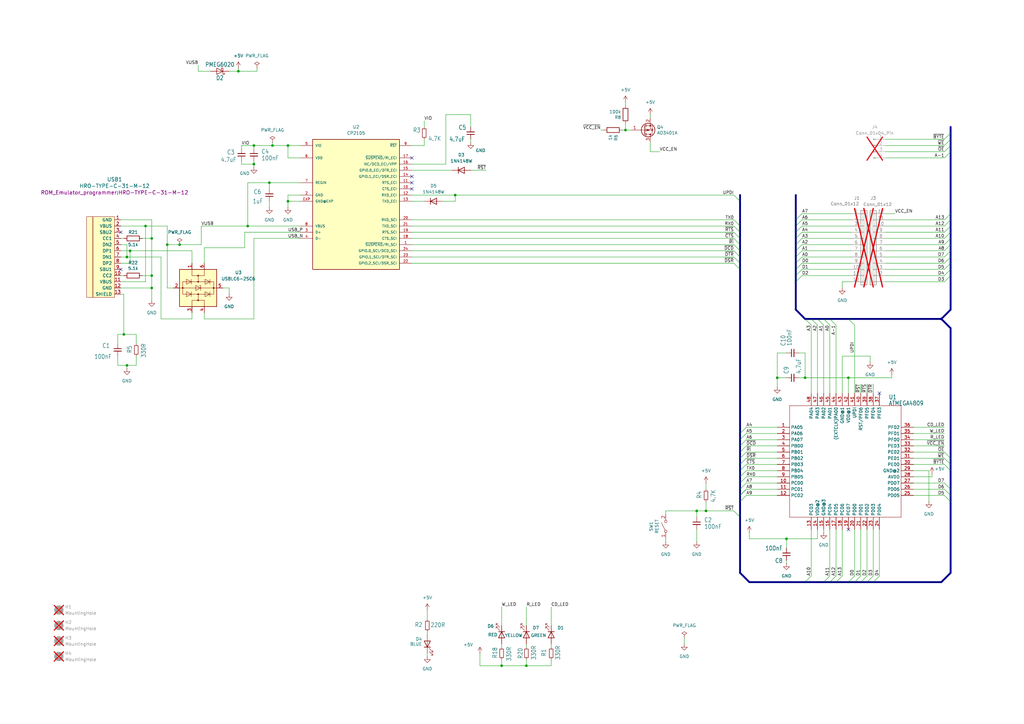
<source format=kicad_sch>
(kicad_sch
	(version 20231120)
	(generator "eeschema")
	(generator_version "8.0")
	(uuid "28fa76d1-9281-4306-81d2-b9e710546d0c")
	(paper "A3")
	(title_block
		(title "ROM Emulator Programmer")
		(date "2024-10-07")
		(rev "0.01")
		(company "Peter & Per")
	)
	
	(junction
		(at 104.14 59.69)
		(diameter 0)
		(color 0 0 0 0)
		(uuid "0b5385ce-6d7b-4b55-aaeb-6bd448fa51f2")
	)
	(junction
		(at 53.34 102.87)
		(diameter 0)
		(color 0 0 0 0)
		(uuid "25fe08f4-9f66-4d53-a6a3-90a9a5f73936")
	)
	(junction
		(at 50.8 137.16)
		(diameter 0)
		(color 0 0 0 0)
		(uuid "27d338ea-17a1-4fb3-a554-8064a82acd68")
	)
	(junction
		(at 347.98 154.94)
		(diameter 0)
		(color 0 0 0 0)
		(uuid "29f471a5-1166-4216-b043-a68044debdba")
	)
	(junction
		(at 285.75 209.55)
		(diameter 0)
		(color 0 0 0 0)
		(uuid "40202182-4f8b-489c-bf19-179a3d99c14c")
	)
	(junction
		(at 215.9 273.05)
		(diameter 0)
		(color 0 0 0 0)
		(uuid "4496bae3-e2ae-48be-8757-c1df244190cc")
	)
	(junction
		(at 118.11 82.55)
		(diameter 0)
		(color 0 0 0 0)
		(uuid "44acbb03-bc4b-41fe-921c-a3df5645d50f")
	)
	(junction
		(at 62.23 113.03)
		(diameter 0)
		(color 0 0 0 0)
		(uuid "49566c78-2e93-4a70-87a7-beae877b2725")
	)
	(junction
		(at 73.66 100.33)
		(diameter 0)
		(color 0 0 0 0)
		(uuid "52aa08b5-ad6f-410c-b3b8-45e39b58c6f8")
	)
	(junction
		(at 62.23 97.79)
		(diameter 0)
		(color 0 0 0 0)
		(uuid "53f90da0-9f08-4abf-bee0-42b3eed651d0")
	)
	(junction
		(at 318.77 154.94)
		(diameter 0)
		(color 0 0 0 0)
		(uuid "5772eb95-057a-49a6-b3fc-f8593202da99")
	)
	(junction
		(at 68.58 100.33)
		(diameter 0)
		(color 0 0 0 0)
		(uuid "5b204ae1-18cb-48a1-8bfc-83bbb69cd4d6")
	)
	(junction
		(at 111.76 59.69)
		(diameter 0)
		(color 0 0 0 0)
		(uuid "6089b4db-b748-4a98-bba0-7baf4fa846ea")
	)
	(junction
		(at 330.2 154.94)
		(diameter 0)
		(color 0 0 0 0)
		(uuid "628920db-d769-4d82-a99e-f8adb116e895")
	)
	(junction
		(at 52.07 149.86)
		(diameter 0)
		(color 0 0 0 0)
		(uuid "6a8a2c7f-5ba8-4b05-aacf-3b126d4ba388")
	)
	(junction
		(at 62.23 118.11)
		(diameter 0)
		(color 0 0 0 0)
		(uuid "83226750-bbd5-4926-bda5-792bd20ce125")
	)
	(junction
		(at 322.58 220.98)
		(diameter 0)
		(color 0 0 0 0)
		(uuid "84f033be-32bb-45a0-9234-97ebb0e46b3b")
	)
	(junction
		(at 289.56 209.55)
		(diameter 0)
		(color 0 0 0 0)
		(uuid "91d43dd0-c31b-46ea-9ed7-629a15b71800")
	)
	(junction
		(at 386.08 130.81)
		(diameter 0)
		(color 0 0 0 0)
		(uuid "9410afe5-3f02-4941-bdbd-949a040e381b")
	)
	(junction
		(at 59.69 92.71)
		(diameter 0)
		(color 0 0 0 0)
		(uuid "95f4ad0f-cbf7-4f0b-853d-1e746aca63b5")
	)
	(junction
		(at 205.74 273.05)
		(diameter 0)
		(color 0 0 0 0)
		(uuid "9db3b82e-e985-4496-95e4-f3e725665b57")
	)
	(junction
		(at 186.69 80.01)
		(diameter 0)
		(color 0 0 0 0)
		(uuid "a97b8538-8868-4c67-87dc-9c75a17457dd")
	)
	(junction
		(at 110.49 74.93)
		(diameter 0)
		(color 0 0 0 0)
		(uuid "af5c349c-66b5-43b0-a637-fea17f1e5d60")
	)
	(junction
		(at 101.6 92.71)
		(diameter 0)
		(color 0 0 0 0)
		(uuid "b38c8910-4c02-41f0-9567-6d3b980b688e")
	)
	(junction
		(at 118.11 59.69)
		(diameter 0)
		(color 0 0 0 0)
		(uuid "d1c33426-9b4a-480f-9814-693db41836a2")
	)
	(junction
		(at 104.14 67.31)
		(diameter 0)
		(color 0 0 0 0)
		(uuid "d1d8163b-99fe-424b-92b5-80e4223e279b")
	)
	(junction
		(at 52.07 105.41)
		(diameter 0)
		(color 0 0 0 0)
		(uuid "de18eed2-d3aa-482d-a7b7-d338c262e634")
	)
	(junction
		(at 97.79 29.21)
		(diameter 0)
		(color 0 0 0 0)
		(uuid "e4e4fe5a-3b98-499f-84a0-64c80cf04e96")
	)
	(junction
		(at 256.54 53.34)
		(diameter 0)
		(color 0 0 0 0)
		(uuid "f21ae05e-3001-43fa-b13c-5e5b5e370dd5")
	)
	(no_connect
		(at 168.91 64.77)
		(uuid "090c0de3-97af-4e8e-bfe6-69367e37f199")
	)
	(no_connect
		(at 168.91 74.93)
		(uuid "12832370-4dac-4ce6-8f2c-df6c1ea3d5ae")
	)
	(no_connect
		(at 49.53 110.49)
		(uuid "327264a2-1cde-4c2c-b205-7c14a5dbbf5c")
	)
	(no_connect
		(at 347.98 217.17)
		(uuid "33e031f8-b2bf-43a8-b45b-02363745e06c")
	)
	(no_connect
		(at 360.68 161.29)
		(uuid "5fbbfa6c-c786-43cd-9118-9a1148b6cd4a")
	)
	(no_connect
		(at 168.91 77.47)
		(uuid "8efa0d27-6872-43fc-8392-0c22425b8e3c")
	)
	(no_connect
		(at 168.91 72.39)
		(uuid "d0388342-f54d-4480-acf7-ab6137699ac5")
	)
	(no_connect
		(at 49.53 95.25)
		(uuid "e958ab6e-b7bc-41aa-8552-74f8a03fb1a1")
	)
	(bus_entry
		(at 328.93 113.03)
		(size -2.54 2.54)
		(stroke
			(width 0)
			(type default)
		)
		(uuid "0aa1af16-689c-411d-94ed-9d2f18765aea")
	)
	(bus_entry
		(at 387.35 59.69)
		(size 2.54 -2.54)
		(stroke
			(width 0)
			(type default)
		)
		(uuid "16a685a5-abe1-429b-a85b-7fb5aeb91a98")
	)
	(bus_entry
		(at 328.93 87.63)
		(size -2.54 2.54)
		(stroke
			(width 0)
			(type default)
		)
		(uuid "16fb4579-8076-4569-a889-c74fb0a44e57")
	)
	(bus_entry
		(at 387.35 102.87)
		(size 2.54 -2.54)
		(stroke
			(width 0)
			(type default)
		)
		(uuid "17afc67b-cb84-41c7-a0d3-859bf042dd44")
	)
	(bus_entry
		(at 360.68 236.22)
		(size -2.54 2.54)
		(stroke
			(width 0)
			(type default)
		)
		(uuid "1910cc65-d552-4ede-8a47-7bb05d228f88")
	)
	(bus_entry
		(at 387.35 92.71)
		(size 2.54 -2.54)
		(stroke
			(width 0)
			(type default)
		)
		(uuid "1be8e402-e8e0-462a-9c1d-8b35ca998292")
	)
	(bus_entry
		(at 306.07 185.42)
		(size -2.54 2.54)
		(stroke
			(width 0)
			(type default)
		)
		(uuid "1c3fbe6f-ce20-4496-b063-95809e974a7d")
	)
	(bus_entry
		(at 387.35 107.95)
		(size 2.54 -2.54)
		(stroke
			(width 0)
			(type default)
		)
		(uuid "20bfcef1-00cc-4234-972e-37a3aca6546c")
	)
	(bus_entry
		(at 342.9 236.22)
		(size -2.54 2.54)
		(stroke
			(width 0)
			(type default)
		)
		(uuid "232552e6-d3ce-4323-9878-9d0a815a4fb0")
	)
	(bus_entry
		(at 387.35 95.25)
		(size 2.54 -2.54)
		(stroke
			(width 0)
			(type default)
		)
		(uuid "2485caa4-edea-47d3-8564-cee6ac5cd45e")
	)
	(bus_entry
		(at 328.93 97.79)
		(size -2.54 2.54)
		(stroke
			(width 0)
			(type default)
		)
		(uuid "25026f63-23a1-4fdd-9ba1-d57454297aad")
	)
	(bus_entry
		(at 306.07 200.66)
		(size -2.54 2.54)
		(stroke
			(width 0)
			(type default)
		)
		(uuid "25935f77-39bc-4b3c-a923-1df4383556b3")
	)
	(bus_entry
		(at 306.07 177.8)
		(size -2.54 2.54)
		(stroke
			(width 0)
			(type default)
		)
		(uuid "25ab4834-eba0-46db-85de-b05220deb2bd")
	)
	(bus_entry
		(at 342.9 133.35)
		(size -2.54 -2.54)
		(stroke
			(width 0)
			(type default)
		)
		(uuid "28dc474f-e6e9-4bfe-aaa4-5cf8802ba712")
	)
	(bus_entry
		(at 387.35 200.66)
		(size 2.54 2.54)
		(stroke
			(width 0)
			(type default)
		)
		(uuid "2c1f6dc9-e875-485a-8268-d7844c713a09")
	)
	(bus_entry
		(at 328.93 100.33)
		(size -2.54 2.54)
		(stroke
			(width 0)
			(type default)
		)
		(uuid "2efdf071-883b-4862-b301-80ffe5be0ca0")
	)
	(bus_entry
		(at 387.35 57.15)
		(size 2.54 -2.54)
		(stroke
			(width 0)
			(type default)
		)
		(uuid "2f3f09fe-9c8f-4565-89a0-4fda67bdfe1e")
	)
	(bus_entry
		(at 387.35 110.49)
		(size 2.54 -2.54)
		(stroke
			(width 0)
			(type default)
		)
		(uuid "306f09d3-c117-4330-9407-5c4d49ce0b53")
	)
	(bus_entry
		(at 337.82 133.35)
		(size -2.54 -2.54)
		(stroke
			(width 0)
			(type default)
		)
		(uuid "33649431-c1c8-43cd-9acd-2c9a7d3321e8")
	)
	(bus_entry
		(at 387.35 97.79)
		(size 2.54 -2.54)
		(stroke
			(width 0)
			(type default)
		)
		(uuid "35824b65-6ec4-46e2-b5c4-eac478b69c2b")
	)
	(bus_entry
		(at 300.99 105.41)
		(size 2.54 2.54)
		(stroke
			(width 0)
			(type default)
		)
		(uuid "41561966-8ce9-4c7a-a28a-d6e52c61b8ce")
	)
	(bus_entry
		(at 300.99 100.33)
		(size 2.54 2.54)
		(stroke
			(width 0)
			(type default)
		)
		(uuid "4156a1e4-6ae9-411f-b3d8-d905c130f96f")
	)
	(bus_entry
		(at 306.07 187.96)
		(size -2.54 2.54)
		(stroke
			(width 0)
			(type default)
		)
		(uuid "4c46db71-2e10-4a72-a085-5d498e5d9b46")
	)
	(bus_entry
		(at 387.35 64.77)
		(size 2.54 -2.54)
		(stroke
			(width 0)
			(type default)
		)
		(uuid "4c7cc51e-3724-449d-adbb-3ea092cbc57e")
	)
	(bus_entry
		(at 355.6 236.22)
		(size -2.54 2.54)
		(stroke
			(width 0)
			(type default)
		)
		(uuid "5015131d-c2ac-424e-a78c-0a05714f6fac")
	)
	(bus_entry
		(at 328.93 90.17)
		(size -2.54 2.54)
		(stroke
			(width 0)
			(type default)
		)
		(uuid "51bbb9fa-f4ea-4874-a7d9-4741da0d4ce4")
	)
	(bus_entry
		(at 306.07 190.5)
		(size -2.54 2.54)
		(stroke
			(width 0)
			(type default)
		)
		(uuid "52937965-f49c-46fc-9cc9-fc7cc3e135ff")
	)
	(bus_entry
		(at 300.99 97.79)
		(size 2.54 2.54)
		(stroke
			(width 0)
			(type default)
		)
		(uuid "558d7629-867b-469a-a58d-ad7b8bd48af8")
	)
	(bus_entry
		(at 328.93 102.87)
		(size -2.54 2.54)
		(stroke
			(width 0)
			(type default)
		)
		(uuid "57919088-5913-4eda-b3f9-047a2b97203c")
	)
	(bus_entry
		(at 358.14 236.22)
		(size -2.54 2.54)
		(stroke
			(width 0)
			(type default)
		)
		(uuid "58c68571-7bb1-4e02-969f-0f375d588f18")
	)
	(bus_entry
		(at 306.07 198.12)
		(size -2.54 2.54)
		(stroke
			(width 0)
			(type default)
		)
		(uuid "5d39ca08-1f9e-4a7f-b076-da956f2d39f8")
	)
	(bus_entry
		(at 300.99 90.17)
		(size 2.54 2.54)
		(stroke
			(width 0)
			(type default)
		)
		(uuid "668eecfb-898e-4f3f-9125-ea0e2700ea44")
	)
	(bus_entry
		(at 306.07 180.34)
		(size -2.54 2.54)
		(stroke
			(width 0)
			(type default)
		)
		(uuid "66fa855d-9aab-4934-a28c-54da3fba9912")
	)
	(bus_entry
		(at 387.35 62.23)
		(size 2.54 -2.54)
		(stroke
			(width 0)
			(type default)
		)
		(uuid "69305812-d088-44f4-85c7-a578cdaed436")
	)
	(bus_entry
		(at 387.35 185.42)
		(size 2.54 2.54)
		(stroke
			(width 0)
			(type default)
		)
		(uuid "71ae20e8-c87e-4827-916b-ba5efd75b6be")
	)
	(bus_entry
		(at 387.35 100.33)
		(size 2.54 -2.54)
		(stroke
			(width 0)
			(type default)
		)
		(uuid "7224c973-9db9-4da6-acd6-6fbf779b56fb")
	)
	(bus_entry
		(at 332.74 236.22)
		(size -2.54 2.54)
		(stroke
			(width 0)
			(type default)
		)
		(uuid "7579ff0e-c314-44ab-a8a0-47817b1c8abb")
	)
	(bus_entry
		(at 306.07 193.04)
		(size -2.54 2.54)
		(stroke
			(width 0)
			(type default)
		)
		(uuid "7c422821-4b95-406d-916e-9666fd8aa869")
	)
	(bus_entry
		(at 300.99 80.01)
		(size 2.54 2.54)
		(stroke
			(width 0)
			(type default)
		)
		(uuid "7c9b0bd5-fae6-4cfe-a80f-1c525793abb9")
	)
	(bus_entry
		(at 387.35 113.03)
		(size 2.54 -2.54)
		(stroke
			(width 0)
			(type default)
		)
		(uuid "7f71c6f6-fc39-480a-870c-642f356424fe")
	)
	(bus_entry
		(at 328.93 92.71)
		(size -2.54 2.54)
		(stroke
			(width 0)
			(type default)
		)
		(uuid "7fb0f4c9-65d2-4a8f-a048-ee7a67f238b2")
	)
	(bus_entry
		(at 306.07 200.66)
		(size -2.54 2.54)
		(stroke
			(width 0)
			(type default)
		)
		(uuid "842ecb31-5cfe-4144-8683-3c6d1331ff77")
	)
	(bus_entry
		(at 387.35 90.17)
		(size 2.54 -2.54)
		(stroke
			(width 0)
			(type default)
		)
		(uuid "85859c3c-9ec5-4020-b4b2-424ee21c7f31")
	)
	(bus_entry
		(at 328.93 95.25)
		(size -2.54 2.54)
		(stroke
			(width 0)
			(type default)
		)
		(uuid "866292a7-49b7-4edc-a078-0b67d6d4ae4c")
	)
	(bus_entry
		(at 340.36 236.22)
		(size -2.54 2.54)
		(stroke
			(width 0)
			(type default)
		)
		(uuid "8790097f-ce2c-4cee-974d-6aba0753c60f")
	)
	(bus_entry
		(at 387.35 105.41)
		(size 2.54 -2.54)
		(stroke
			(width 0)
			(type default)
		)
		(uuid "92d378de-bc20-41a0-a9b1-dc67fc4b1c50")
	)
	(bus_entry
		(at 306.07 203.2)
		(size -2.54 2.54)
		(stroke
			(width 0)
			(type default)
		)
		(uuid "9e30d67c-3181-421c-aea0-c2f47e295343")
	)
	(bus_entry
		(at 387.35 198.12)
		(size 2.54 2.54)
		(stroke
			(width 0)
			(type default)
		)
		(uuid "a09ab4d8-6519-4e2b-a8eb-bd4d95fb7897")
	)
	(bus_entry
		(at 306.07 195.58)
		(size -2.54 2.54)
		(stroke
			(width 0)
			(type default)
		)
		(uuid "a146ad34-41ff-4206-a19d-0be39c0cd6ab")
	)
	(bus_entry
		(at 387.35 187.96)
		(size 2.54 2.54)
		(stroke
			(width 0)
			(type default)
		)
		(uuid "a3a8ab07-58fb-49b6-8265-0000d373c0f4")
	)
	(bus_entry
		(at 328.93 107.95)
		(size -2.54 2.54)
		(stroke
			(width 0)
			(type default)
		)
		(uuid "ae2c274e-1b19-43dc-ba01-7842f12c853c")
	)
	(bus_entry
		(at 345.44 236.22)
		(size -2.54 2.54)
		(stroke
			(width 0)
			(type default)
		)
		(uuid "ae907c98-f150-4cfe-8683-866f547cddc3")
	)
	(bus_entry
		(at 328.93 105.41)
		(size -2.54 2.54)
		(stroke
			(width 0)
			(type default)
		)
		(uuid "aec6c226-2370-48f5-a6b8-7c050a1b034a")
	)
	(bus_entry
		(at 387.35 115.57)
		(size 2.54 -2.54)
		(stroke
			(width 0)
			(type default)
		)
		(uuid "b52cd8fb-a4e1-485e-8296-2595c0d87705")
	)
	(bus_entry
		(at 300.99 102.87)
		(size 2.54 2.54)
		(stroke
			(width 0)
			(type default)
		)
		(uuid "b53122d2-eec9-44fe-8e5a-40a0f193d651")
	)
	(bus_entry
		(at 300.99 95.25)
		(size 2.54 2.54)
		(stroke
			(width 0)
			(type default)
		)
		(uuid "b648e4ff-6e3d-45f7-8e9a-0c189b6194fb")
	)
	(bus_entry
		(at 340.36 133.35)
		(size -2.54 -2.54)
		(stroke
			(width 0)
			(type default)
		)
		(uuid "b71aef7b-0325-4713-b6e1-27f4aba133ac")
	)
	(bus_entry
		(at 328.93 110.49)
		(size -2.54 2.54)
		(stroke
			(width 0)
			(type default)
		)
		(uuid "b943ddf4-d7e8-49fe-a5a8-27433629e951")
	)
	(bus_entry
		(at 300.99 107.95)
		(size 2.54 2.54)
		(stroke
			(width 0)
			(type default)
		)
		(uuid "b96dd574-2a3c-41fa-b03c-30393e032c33")
	)
	(bus_entry
		(at 300.99 209.55)
		(size 2.54 2.54)
		(stroke
			(width 0)
			(type default)
		)
		(uuid "bd83e3c9-e2a7-47a7-abc0-eefb902aac33")
	)
	(bus_entry
		(at 332.74 133.35)
		(size -2.54 -2.54)
		(stroke
			(width 0)
			(type default)
		)
		(uuid "be8ad4d9-f125-45ee-84c7-8700267dc8d3")
	)
	(bus_entry
		(at 300.99 92.71)
		(size 2.54 2.54)
		(stroke
			(width 0)
			(type default)
		)
		(uuid "bea0c759-31a1-4d60-a9af-0439140837d9")
	)
	(bus_entry
		(at 387.35 190.5)
		(size 2.54 2.54)
		(stroke
			(width 0)
			(type default)
		)
		(uuid "c51268ad-6885-4322-8e4d-c67d857e3d23")
	)
	(bus_entry
		(at 353.06 236.22)
		(size -2.54 2.54)
		(stroke
			(width 0)
			(type default)
		)
		(uuid "cf1061d4-aedb-44b3-afee-d2e2aef0f8d9")
	)
	(bus_entry
		(at 306.07 182.88)
		(size -2.54 2.54)
		(stroke
			(width 0)
			(type default)
		)
		(uuid "e3849443-c14b-42b0-8661-ae5416d57985")
	)
	(bus_entry
		(at 306.07 175.26)
		(size -2.54 2.54)
		(stroke
			(width 0)
			(type default)
		)
		(uuid "e3aec4cb-12fc-4eec-864a-0cb00c18c397")
	)
	(bus_entry
		(at 387.35 203.2)
		(size 2.54 2.54)
		(stroke
			(width 0)
			(type default)
		)
		(uuid "e9354dbe-5ab2-445d-afa8-6c25f014f2ea")
	)
	(bus_entry
		(at 335.28 133.35)
		(size -2.54 -2.54)
		(stroke
			(width 0)
			(type default)
		)
		(uuid "eb4e5123-fe35-45e0-a9e4-095e9ee5ea6b")
	)
	(bus_entry
		(at 350.52 236.22)
		(size -2.54 2.54)
		(stroke
			(width 0)
			(type default)
		)
		(uuid "ef562df2-da45-448a-b1c9-9e75f319a6fb")
	)
	(bus_entry
		(at 350.52 133.35)
		(size -2.54 -2.54)
		(stroke
			(width 0)
			(type default)
		)
		(uuid "f94ee951-5821-4e10-8d0b-78426479034e")
	)
	(bus
		(pts
			(xy 389.89 102.87) (xy 389.89 105.41)
		)
		(stroke
			(width 0.762)
			(type solid)
		)
		(uuid "009e38fb-06d8-4f52-a649-342a66806d07")
	)
	(wire
		(pts
			(xy 347.98 154.94) (xy 365.76 154.94)
		)
		(stroke
			(width 0.1524)
			(type solid)
		)
		(uuid "013a424d-0c63-410d-a030-e123de418a7b")
	)
	(wire
		(pts
			(xy 62.23 97.79) (xy 62.23 113.03)
		)
		(stroke
			(width 0)
			(type default)
		)
		(uuid "015919bb-bf9a-4193-8487-a1d36051865d")
	)
	(wire
		(pts
			(xy 205.74 264.16) (xy 205.74 265.43)
		)
		(stroke
			(width 0)
			(type default)
		)
		(uuid "019ac63c-afae-46e9-bd5b-ec9a0adbeb52")
	)
	(wire
		(pts
			(xy 118.11 80.01) (xy 123.19 80.01)
		)
		(stroke
			(width 0)
			(type default)
		)
		(uuid "02d65cb0-0e69-4a07-b93e-d030d43779a5")
	)
	(wire
		(pts
			(xy 168.91 102.87) (xy 300.99 102.87)
		)
		(stroke
			(width 0)
			(type default)
		)
		(uuid "02e5e938-27fe-4ee3-bf7f-0effc7bb3ed4")
	)
	(wire
		(pts
			(xy 256.54 53.34) (xy 259.08 53.34)
		)
		(stroke
			(width 0)
			(type default)
		)
		(uuid "0381a88b-5251-4399-bd12-fa44317dd30d")
	)
	(wire
		(pts
			(xy 374.65 193.04) (xy 381 193.04)
		)
		(stroke
			(width 0)
			(type default)
		)
		(uuid "042e4ed2-7259-4e1d-bf91-590c01946f4d")
	)
	(bus
		(pts
			(xy 326.39 92.71) (xy 326.39 90.17)
		)
		(stroke
			(width 0.762)
			(type solid)
		)
		(uuid "0509aad3-98e1-46b0-b088-0edb29aa5c30")
	)
	(bus
		(pts
			(xy 303.53 190.5) (xy 303.53 193.04)
		)
		(stroke
			(width 0.762)
			(type solid)
		)
		(uuid "060f7903-b599-4c80-b0f7-bdff8b1c5c0e")
	)
	(bus
		(pts
			(xy 389.89 110.49) (xy 389.89 113.03)
		)
		(stroke
			(width 0.762)
			(type solid)
		)
		(uuid "0752531a-d6a4-4814-85e2-02e48ec0dbe8")
	)
	(wire
		(pts
			(xy 55.88 149.86) (xy 55.88 146.05)
		)
		(stroke
			(width 0)
			(type default)
		)
		(uuid "07bff6b7-ae9d-4c0f-8cda-c7008b425773")
	)
	(wire
		(pts
			(xy 349.25 105.41) (xy 328.93 105.41)
		)
		(stroke
			(width 0)
			(type default)
		)
		(uuid "08393765-15ca-4832-89b7-61d85d407e61")
	)
	(wire
		(pts
			(xy 318.77 158.75) (xy 318.77 154.94)
		)
		(stroke
			(width 0)
			(type default)
		)
		(uuid "09c3e1ac-4617-482c-9e3c-dd2907fcde2d")
	)
	(wire
		(pts
			(xy 66.04 105.41) (xy 66.04 130.81)
		)
		(stroke
			(width 0)
			(type default)
		)
		(uuid "0a049206-63c3-45b7-81ea-36e71c351f4c")
	)
	(bus
		(pts
			(xy 303.53 193.04) (xy 303.53 195.58)
		)
		(stroke
			(width 0.762)
			(type solid)
		)
		(uuid "0ccce800-0a2f-4e70-8493-346e3a264df8")
	)
	(wire
		(pts
			(xy 118.11 64.77) (xy 123.19 64.77)
		)
		(stroke
			(width 0)
			(type default)
		)
		(uuid "0d7c5090-992e-49c1-a8ae-8b1184974944")
	)
	(wire
		(pts
			(xy 363.22 87.63) (xy 367.03 87.63)
		)
		(stroke
			(width 0)
			(type default)
		)
		(uuid "0e2acd85-a123-41b7-93c4-ab43a356d450")
	)
	(wire
		(pts
			(xy 349.25 100.33) (xy 328.93 100.33)
		)
		(stroke
			(width 0)
			(type default)
		)
		(uuid "0ebfff8f-895d-414b-8952-e54f5e5af4a5")
	)
	(wire
		(pts
			(xy 111.76 58.42) (xy 111.76 59.69)
		)
		(stroke
			(width 0)
			(type default)
		)
		(uuid "104ed818-a58a-4426-973c-f6985944d838")
	)
	(wire
		(pts
			(xy 327.66 154.94) (xy 330.2 154.94)
		)
		(stroke
			(width 0.1524)
			(type solid)
		)
		(uuid "11212c01-7978-4656-a750-69f7b1e63e9f")
	)
	(bus
		(pts
			(xy 389.89 113.03) (xy 389.89 127)
		)
		(stroke
			(width 0.762)
			(type solid)
		)
		(uuid "1177ab42-a473-4fd1-9ba0-7f73b4985297")
	)
	(wire
		(pts
			(xy 186.69 80.01) (xy 300.99 80.01)
		)
		(stroke
			(width 0)
			(type default)
		)
		(uuid "11a0e260-3203-4065-9e9c-7bc37bdd6ac9")
	)
	(wire
		(pts
			(xy 168.91 97.79) (xy 300.99 97.79)
		)
		(stroke
			(width 0)
			(type default)
		)
		(uuid "126eff1f-19f5-4602-80e8-8266daf4f87e")
	)
	(wire
		(pts
			(xy 349.25 90.17) (xy 328.93 90.17)
		)
		(stroke
			(width 0)
			(type default)
		)
		(uuid "12c7cffc-e85d-4800-9f6d-b94edff32052")
	)
	(bus
		(pts
			(xy 342.9 238.76) (xy 347.98 238.76)
		)
		(stroke
			(width 0.762)
			(type solid)
		)
		(uuid "1300f3ec-1477-4228-9d48-992c9e0a6f65")
	)
	(wire
		(pts
			(xy 182.88 67.31) (xy 182.88 46.99)
		)
		(stroke
			(width 0)
			(type default)
		)
		(uuid "14012df3-337f-47a2-b262-561a05ce5faa")
	)
	(bus
		(pts
			(xy 350.52 238.76) (xy 353.06 238.76)
		)
		(stroke
			(width 0.762)
			(type solid)
		)
		(uuid "16235157-2cf7-4cf5-b472-e5bef53e0c1b")
	)
	(bus
		(pts
			(xy 353.06 238.76) (xy 355.6 238.76)
		)
		(stroke
			(width 0.762)
			(type solid)
		)
		(uuid "1744e8ae-2f53-4a25-b5a2-90744d83b232")
	)
	(bus
		(pts
			(xy 389.89 97.79) (xy 389.89 100.33)
		)
		(stroke
			(width 0.762)
			(type solid)
		)
		(uuid "1756d4fc-8430-4535-8587-3ddbfc109c60")
	)
	(bus
		(pts
			(xy 326.39 105.41) (xy 326.39 102.87)
		)
		(stroke
			(width 0.762)
			(type solid)
		)
		(uuid "18ad8ee6-dda0-42f9-9290-c2e84f19e80d")
	)
	(wire
		(pts
			(xy 50.8 120.65) (xy 50.8 137.16)
		)
		(stroke
			(width 0)
			(type default)
		)
		(uuid "19dc7b7f-6577-468e-a23e-44c9c4f02c8a")
	)
	(bus
		(pts
			(xy 303.53 100.33) (xy 303.53 102.87)
		)
		(stroke
			(width 0.762)
			(type solid)
		)
		(uuid "1a9cf1bb-7c40-4a46-a332-42c11e8ad0e6")
	)
	(wire
		(pts
			(xy 196.85 267.97) (xy 196.85 273.05)
		)
		(stroke
			(width 0)
			(type default)
		)
		(uuid "1b9f7f01-7362-440f-b836-47170616eaf5")
	)
	(wire
		(pts
			(xy 318.77 187.96) (xy 306.07 187.96)
		)
		(stroke
			(width 0.1524)
			(type solid)
		)
		(uuid "1ce66a5d-c3ef-4e46-a69c-19befb9b09d5")
	)
	(wire
		(pts
			(xy 52.07 149.86) (xy 52.07 151.13)
		)
		(stroke
			(width 0)
			(type default)
		)
		(uuid "1e4fc8f8-f593-4a29-b4cd-70d9837add59")
	)
	(wire
		(pts
			(xy 318.77 195.58) (xy 306.07 195.58)
		)
		(stroke
			(width 0.1524)
			(type solid)
		)
		(uuid "1eab1aa2-e84d-4cc1-b606-b47612e8b88b")
	)
	(wire
		(pts
			(xy 318.77 154.94) (xy 322.58 154.94)
		)
		(stroke
			(width 0)
			(type default)
		)
		(uuid "1eb334ba-07be-46cf-91b9-6057a111fdcb")
	)
	(wire
		(pts
			(xy 62.23 113.03) (xy 62.23 118.11)
		)
		(stroke
			(width 0)
			(type default)
		)
		(uuid "1ec0a4bb-c245-46b2-b58d-26cdaf073780")
	)
	(wire
		(pts
			(xy 374.65 175.26) (xy 387.35 175.26)
		)
		(stroke
			(width 0)
			(type default)
		)
		(uuid "1ef0529d-7bf0-43a1-83c1-ee2096199477")
	)
	(wire
		(pts
			(xy 349.25 92.71) (xy 328.93 92.71)
		)
		(stroke
			(width 0)
			(type default)
		)
		(uuid "2018ab69-1b58-4b1c-be6d-630c9493131b")
	)
	(wire
		(pts
			(xy 340.36 161.29) (xy 340.36 133.35)
		)
		(stroke
			(width 0.1524)
			(type solid)
		)
		(uuid "20fb9ccb-4ef5-469b-88ab-fd2d1ed94c7e")
	)
	(wire
		(pts
			(xy 273.05 220.98) (xy 273.05 222.25)
		)
		(stroke
			(width 0)
			(type default)
		)
		(uuid "214a7ee8-8efd-4ad8-a40a-91e79ad8be86")
	)
	(wire
		(pts
			(xy 363.22 92.71) (xy 387.35 92.71)
		)
		(stroke
			(width 0)
			(type default)
		)
		(uuid "21d72ae5-41c2-4531-8ed7-777e28225e5c")
	)
	(wire
		(pts
			(xy 111.76 59.69) (xy 118.11 59.69)
		)
		(stroke
			(width 0)
			(type default)
		)
		(uuid "2258a772-d79e-4979-9604-3f6daa239910")
	)
	(wire
		(pts
			(xy 53.34 102.87) (xy 78.74 102.87)
		)
		(stroke
			(width 0)
			(type default)
		)
		(uuid "22be691a-d2f7-4b76-82b7-b3454c5f6574")
	)
	(wire
		(pts
			(xy 62.23 118.11) (xy 62.23 123.19)
		)
		(stroke
			(width 0)
			(type default)
		)
		(uuid "2300fff3-6ac5-49f7-85d8-0262eb9d8349")
	)
	(bus
		(pts
			(xy 303.53 200.66) (xy 303.53 198.12)
		)
		(stroke
			(width 0.762)
			(type solid)
		)
		(uuid "2378be87-b70d-48b9-9032-240b9e5821df")
	)
	(wire
		(pts
			(xy 273.05 209.55) (xy 285.75 209.55)
		)
		(stroke
			(width 0.1524)
			(type solid)
		)
		(uuid "23ae37f7-0064-4193-ab8e-d6a22a1e843d")
	)
	(bus
		(pts
			(xy 326.39 107.95) (xy 326.39 105.41)
		)
		(stroke
			(width 0.762)
			(type solid)
		)
		(uuid "23b08d59-f152-479e-8bfd-78fe22932cfc")
	)
	(bus
		(pts
			(xy 389.89 62.23) (xy 389.89 87.63)
		)
		(stroke
			(width 0.762)
			(type solid)
		)
		(uuid "24dd2c5d-86f0-4ec5-b6e4-6ee4c7cab5bd")
	)
	(bus
		(pts
			(xy 307.34 238.76) (xy 303.53 234.95)
		)
		(stroke
			(width 0.762)
			(type solid)
		)
		(uuid "24f9edcc-32d4-4da1-92c1-6a803eab182c")
	)
	(wire
		(pts
			(xy 168.91 80.01) (xy 186.69 80.01)
		)
		(stroke
			(width 0)
			(type default)
		)
		(uuid "251570e9-261b-4a97-8ec1-de8152174fc7")
	)
	(wire
		(pts
			(xy 55.88 137.16) (xy 55.88 140.97)
		)
		(stroke
			(width 0)
			(type default)
		)
		(uuid "252b2c5f-8382-4038-b564-9a6dc9fbc0ae")
	)
	(wire
		(pts
			(xy 105.41 29.21) (xy 105.41 27.94)
		)
		(stroke
			(width 0)
			(type default)
		)
		(uuid "25e47d13-f83c-4b36-918e-de41ac914996")
	)
	(bus
		(pts
			(xy 303.53 203.2) (xy 303.53 205.74)
		)
		(stroke
			(width 0.762)
			(type solid)
		)
		(uuid "27755419-bda5-4635-9da3-d7b708346a7f")
	)
	(wire
		(pts
			(xy 83.82 101.6) (xy 100.33 101.6)
		)
		(stroke
			(width 0)
			(type default)
		)
		(uuid "2a3b960c-773a-41b4-b2d0-93e681f5f43b")
	)
	(bus
		(pts
			(xy 326.39 80.01) (xy 326.39 90.17)
		)
		(stroke
			(width 0.762)
			(type solid)
		)
		(uuid "2ba86e6b-d314-4e63-a775-66d93ff94e5a")
	)
	(wire
		(pts
			(xy 205.74 270.51) (xy 205.74 273.05)
		)
		(stroke
			(width 0.1524)
			(type solid)
		)
		(uuid "2bad68dc-297b-4555-85f6-d6361423eb7c")
	)
	(bus
		(pts
			(xy 303.53 107.95) (xy 303.53 110.49)
		)
		(stroke
			(width 0.762)
			(type solid)
		)
		(uuid "2cc63d86-c6c4-449b-8f56-235a189fb9cc")
	)
	(wire
		(pts
			(xy 318.77 144.78) (xy 322.58 144.78)
		)
		(stroke
			(width 0)
			(type default)
		)
		(uuid "2cfda724-8e8a-41e3-80f9-005fa80ad197")
	)
	(wire
		(pts
			(xy 49.53 92.71) (xy 59.69 92.71)
		)
		(stroke
			(width 0)
			(type default)
		)
		(uuid "2de501c6-8a0d-43ab-a625-7e56e9567fee")
	)
	(bus
		(pts
			(xy 358.14 238.76) (xy 386.08 238.76)
		)
		(stroke
			(width 0.762)
			(type solid)
		)
		(uuid "2e71ef3f-af3f-44df-8112-312e0ae37782")
	)
	(wire
		(pts
			(xy 363.22 115.57) (xy 387.35 115.57)
		)
		(stroke
			(width 0)
			(type default)
		)
		(uuid "2f04fef7-6359-4dee-97c3-872a2308cf02")
	)
	(bus
		(pts
			(xy 332.74 130.81) (xy 330.2 130.81)
		)
		(stroke
			(width 0.762)
			(type solid)
		)
		(uuid "2fd66dbb-d7f1-42f5-8a28-156223f96917")
	)
	(wire
		(pts
			(xy 118.11 85.09) (xy 118.11 82.55)
		)
		(stroke
			(width 0)
			(type default)
		)
		(uuid "30aa98d9-1505-4013-8b37-7de86a96b256")
	)
	(bus
		(pts
			(xy 389.89 234.95) (xy 389.89 205.74)
		)
		(stroke
			(width 0.762)
			(type solid)
		)
		(uuid "30b3fd97-8875-468e-8bbd-29b1e6ea0f41")
	)
	(wire
		(pts
			(xy 118.11 82.55) (xy 123.19 82.55)
		)
		(stroke
			(width 0)
			(type default)
		)
		(uuid "30cf7ec6-ffbb-4901-a6d5-6acf43df118b")
	)
	(wire
		(pts
			(xy 356.87 148.59) (xy 356.87 146.05)
		)
		(stroke
			(width 0)
			(type default)
		)
		(uuid "31868d51-0a97-4c33-95c5-57011daea4f7")
	)
	(wire
		(pts
			(xy 83.82 101.6) (xy 83.82 107.95)
		)
		(stroke
			(width 0)
			(type default)
		)
		(uuid "31ab0e6a-1775-47d6-94e6-3ae0481e6615")
	)
	(wire
		(pts
			(xy 289.56 198.12) (xy 289.56 200.66)
		)
		(stroke
			(width 0)
			(type default)
		)
		(uuid "33d513a6-20af-47f1-923c-fe81feee2e85")
	)
	(wire
		(pts
			(xy 58.42 97.79) (xy 62.23 97.79)
		)
		(stroke
			(width 0)
			(type default)
		)
		(uuid "34913f22-09d2-4c06-8649-234e8665a34d")
	)
	(wire
		(pts
			(xy 104.14 59.69) (xy 104.14 60.96)
		)
		(stroke
			(width 0)
			(type default)
		)
		(uuid "34da4228-f370-437c-b988-f24ea289f74e")
	)
	(bus
		(pts
			(xy 389.89 200.66) (xy 389.89 193.04)
		)
		(stroke
			(width 0.762)
			(type solid)
		)
		(uuid "35137d75-cbac-4a59-9a03-826fe702466c")
	)
	(wire
		(pts
			(xy 328.93 107.95) (xy 349.25 107.95)
		)
		(stroke
			(width 0)
			(type default)
		)
		(uuid "35ab9d8f-d203-46b2-bd98-94bb4d97c0ea")
	)
	(wire
		(pts
			(xy 289.56 209.55) (xy 300.99 209.55)
		)
		(stroke
			(width 0.1524)
			(type solid)
		)
		(uuid "3619a9af-b27a-444f-a2e8-996126967f4b")
	)
	(wire
		(pts
			(xy 101.6 74.93) (xy 110.49 74.93)
		)
		(stroke
			(width 0)
			(type default)
		)
		(uuid "3702beb1-ef23-46a7-a680-821301fc96df")
	)
	(wire
		(pts
			(xy 255.27 53.34) (xy 256.54 53.34)
		)
		(stroke
			(width 0)
			(type default)
		)
		(uuid "3766d906-4b6b-4091-b532-dc0a3179d153")
	)
	(wire
		(pts
			(xy 381 193.04) (xy 381 205.74)
		)
		(stroke
			(width 0)
			(type default)
		)
		(uuid "3a2078cc-5cd1-4839-9088-ea1d7e726567")
	)
	(wire
		(pts
			(xy 173.99 59.69) (xy 173.99 57.15)
		)
		(stroke
			(width 0)
			(type default)
		)
		(uuid "3ab48840-1b56-410a-b3a8-f5d9e1b7f2c1")
	)
	(wire
		(pts
			(xy 374.65 190.5) (xy 387.35 190.5)
		)
		(stroke
			(width 0.1524)
			(type solid)
		)
		(uuid "3c3163a8-fc90-476d-8cf5-87ef721a3cf0")
	)
	(bus
		(pts
			(xy 303.53 102.87) (xy 303.53 105.41)
		)
		(stroke
			(width 0.762)
			(type solid)
		)
		(uuid "3cb0a27a-a63e-484d-aaee-27adcbbfd4e7")
	)
	(wire
		(pts
			(xy 104.14 97.79) (xy 104.14 130.81)
		)
		(stroke
			(width 0)
			(type default)
		)
		(uuid "3cbab137-a3b3-4dbe-aaa0-38d4538b3189")
	)
	(wire
		(pts
			(xy 318.77 203.2) (xy 306.07 203.2)
		)
		(stroke
			(width 0.1524)
			(type solid)
		)
		(uuid "3dbe62f7-dc53-4a23-99be-34f981a57410")
	)
	(wire
		(pts
			(xy 335.28 161.29) (xy 335.28 133.35)
		)
		(stroke
			(width 0.1524)
			(type solid)
		)
		(uuid "3e5c746d-ae0b-4327-91f2-63f01bcda125")
	)
	(wire
		(pts
			(xy 62.23 90.17) (xy 62.23 97.79)
		)
		(stroke
			(width 0)
			(type default)
		)
		(uuid "3f0df521-bc5a-4081-878d-c025f03eae8c")
	)
	(wire
		(pts
			(xy 358.14 157.48) (xy 358.14 161.29)
		)
		(stroke
			(width 0)
			(type default)
		)
		(uuid "3f14d8c9-c36f-4dc1-9e5c-c60a2fe766f6")
	)
	(wire
		(pts
			(xy 48.26 149.86) (xy 52.07 149.86)
		)
		(stroke
			(width 0)
			(type default)
		)
		(uuid "3f578230-ad8d-498e-8577-dd8b4a250224")
	)
	(wire
		(pts
			(xy 68.58 118.11) (xy 71.12 118.11)
		)
		(stroke
			(width 0)
			(type default)
		)
		(uuid "4136adad-0df1-41ea-8427-d3cf20bc36f5")
	)
	(bus
		(pts
			(xy 389.89 100.33) (xy 389.89 102.87)
		)
		(stroke
			(width 0.762)
			(type solid)
		)
		(uuid "42247e34-6ad4-4062-bbed-fdd54086d6ab")
	)
	(bus
		(pts
			(xy 303.53 92.71) (xy 303.53 95.25)
		)
		(stroke
			(width 0.762)
			(type solid)
		)
		(uuid "43d0b791-b282-4c31-a417-e3e02eb49c76")
	)
	(wire
		(pts
			(xy 49.53 107.95) (xy 53.34 107.95)
		)
		(stroke
			(width 0)
			(type default)
		)
		(uuid "44ad6771-8d72-4b7c-803a-c7dace71088c")
	)
	(bus
		(pts
			(xy 303.53 80.01) (xy 303.53 82.55)
		)
		(stroke
			(width 0.762)
			(type solid)
		)
		(uuid "45f4ee64-aa8f-4a5d-9f9a-7ea93e7450e4")
	)
	(bus
		(pts
			(xy 389.89 107.95) (xy 389.89 110.49)
		)
		(stroke
			(width 0.762)
			(type solid)
		)
		(uuid "45fd6200-c9e2-49c0-a7a1-3cdca12f2739")
	)
	(bus
		(pts
			(xy 347.98 130.81) (xy 386.08 130.81)
		)
		(stroke
			(width 0.762)
			(type solid)
		)
		(uuid "464bd627-43c9-442c-a223-b74092088466")
	)
	(bus
		(pts
			(xy 303.53 180.34) (xy 303.53 182.88)
		)
		(stroke
			(width 0.762)
			(type solid)
		)
		(uuid "470b40b4-a3d7-4423-a859-ec74ba19b40b")
	)
	(wire
		(pts
			(xy 53.34 102.87) (xy 53.34 107.95)
		)
		(stroke
			(width 0)
			(type default)
		)
		(uuid "48067404-e5ff-46dc-9842-fdc3924513f8")
	)
	(wire
		(pts
			(xy 342.9 217.17) (xy 342.9 236.22)
		)
		(stroke
			(width 0.1524)
			(type solid)
		)
		(uuid "4a2c3157-883d-4a67-b226-16efee8e353e")
	)
	(bus
		(pts
			(xy 326.39 115.57) (xy 326.39 127)
		)
		(stroke
			(width 0.762)
			(type solid)
		)
		(uuid "4b3510aa-ade1-49d9-861c-0a7c0789553c")
	)
	(wire
		(pts
			(xy 374.65 187.96) (xy 387.35 187.96)
		)
		(stroke
			(width 0.1524)
			(type solid)
		)
		(uuid "4b4afb1f-970c-47de-a1a9-4474a9510e6f")
	)
	(wire
		(pts
			(xy 363.22 102.87) (xy 387.35 102.87)
		)
		(stroke
			(width 0)
			(type default)
		)
		(uuid "4d267e40-3400-4eb2-9921-08f198317340")
	)
	(bus
		(pts
			(xy 389.89 59.69) (xy 389.89 62.23)
		)
		(stroke
			(width 0.762)
			(type solid)
		)
		(uuid "4d762587-4fc1-4bde-9a1e-66a9d7ad4cec")
	)
	(wire
		(pts
			(xy 363.22 90.17) (xy 387.35 90.17)
		)
		(stroke
			(width 0)
			(type default)
		)
		(uuid "4e6b6134-c8cd-41bd-ba11-37a526147be7")
	)
	(wire
		(pts
			(xy 285.75 209.55) (xy 285.75 212.09)
		)
		(stroke
			(width 0)
			(type default)
		)
		(uuid "4ec9c4aa-129c-4e05-9e14-4de6903cad1f")
	)
	(bus
		(pts
			(xy 326.39 100.33) (xy 326.39 97.79)
		)
		(stroke
			(width 0.762)
			(type solid)
		)
		(uuid "4f228194-5a2b-48ff-9b59-507ef2651be2")
	)
	(wire
		(pts
			(xy 332.74 217.17) (xy 332.74 236.22)
		)
		(stroke
			(width 0.1524)
			(type solid)
		)
		(uuid "4fbfd55d-3b5e-49b9-a992-26dccdb9952e")
	)
	(wire
		(pts
			(xy 99.06 59.69) (xy 104.14 59.69)
		)
		(stroke
			(width 0)
			(type default)
		)
		(uuid "5113a0c1-0139-4c6f-bfd2-cc9612e4b584")
	)
	(wire
		(pts
			(xy 349.25 95.25) (xy 328.93 95.25)
		)
		(stroke
			(width 0)
			(type default)
		)
		(uuid "51b46f20-4ddb-46ae-8a2e-07e95f68aeff")
	)
	(wire
		(pts
			(xy 328.93 110.49) (xy 349.25 110.49)
		)
		(stroke
			(width 0)
			(type default)
		)
		(uuid "51e01e5f-466f-4da0-a4b5-5e6a5e5fc490")
	)
	(wire
		(pts
			(xy 318.77 182.88) (xy 306.07 182.88)
		)
		(stroke
			(width 0.1524)
			(type solid)
		)
		(uuid "5261a23d-5a0e-4e2b-9356-49fb19d5bc50")
	)
	(wire
		(pts
			(xy 363.22 59.69) (xy 387.35 59.69)
		)
		(stroke
			(width 0)
			(type default)
		)
		(uuid "52838618-db94-4b7d-b295-fff73a5bc0d1")
	)
	(bus
		(pts
			(xy 389.89 205.74) (xy 389.89 203.2)
		)
		(stroke
			(width 0.762)
			(type solid)
		)
		(uuid "528c3144-fc25-42ca-8e9c-ceda5b5d2983")
	)
	(wire
		(pts
			(xy 104.14 66.04) (xy 104.14 67.31)
		)
		(stroke
			(width 0)
			(type default)
		)
		(uuid "56494087-44f2-4451-b383-e0bcf8abfa1b")
	)
	(wire
		(pts
			(xy 49.53 100.33) (xy 52.07 100.33)
		)
		(stroke
			(width 0)
			(type default)
		)
		(uuid "56f344a8-80de-4007-8ee4-c33d4635c21b")
	)
	(bus
		(pts
			(xy 389.89 57.15) (xy 389.89 59.69)
		)
		(stroke
			(width 0.762)
			(type solid)
		)
		(uuid "57260ec8-b263-44c1-95a3-744f625fc06f")
	)
	(wire
		(pts
			(xy 104.14 67.31) (xy 104.14 68.58)
		)
		(stroke
			(width 0)
			(type default)
		)
		(uuid "58826787-22a0-4c2d-97a7-8f698276e0cb")
	)
	(wire
		(pts
			(xy 110.49 74.93) (xy 123.19 74.93)
		)
		(stroke
			(width 0)
			(type default)
		)
		(uuid "595866ca-3714-4d9c-98c0-8cddaecd3d26")
	)
	(wire
		(pts
			(xy 340.36 217.17) (xy 340.36 236.22)
		)
		(stroke
			(width 0.1524)
			(type solid)
		)
		(uuid "5ac1cfb5-a2bd-48ef-9ae1-b0d6effde809")
	)
	(bus
		(pts
			(xy 326.39 113.03) (xy 326.39 110.49)
		)
		(stroke
			(width 0.762)
			(type solid)
		)
		(uuid "5b188661-b4fe-496b-ada1-893c199eff15")
	)
	(wire
		(pts
			(xy 322.58 220.98) (xy 335.28 220.98)
		)
		(stroke
			(width 0.1524)
			(type solid)
		)
		(uuid "5b5a79ff-c900-4361-bcd0-bf23c8938080")
	)
	(wire
		(pts
			(xy 168.91 105.41) (xy 300.99 105.41)
		)
		(stroke
			(width 0)
			(type default)
		)
		(uuid "5b691013-7388-4586-bbbe-5b2085a2a188")
	)
	(bus
		(pts
			(xy 389.89 87.63) (xy 389.89 90.17)
		)
		(stroke
			(width 0.762)
			(type solid)
		)
		(uuid "5be45dd0-da76-41f6-8c79-c2505a723a8f")
	)
	(wire
		(pts
			(xy 363.22 113.03) (xy 387.35 113.03)
		)
		(stroke
			(width 0)
			(type default)
		)
		(uuid "5c3024cb-eb1e-41d1-bf46-a830ef54c7f8")
	)
	(bus
		(pts
			(xy 340.36 130.81) (xy 337.82 130.81)
		)
		(stroke
			(width 0.762)
			(type solid)
		)
		(uuid "5cba037b-33ca-4908-932d-53bce53f791b")
	)
	(wire
		(pts
			(xy 349.25 87.63) (xy 328.93 87.63)
		)
		(stroke
			(width 0)
			(type default)
		)
		(uuid "5d59aab2-68ff-4e15-9519-503b3e1219b9")
	)
	(wire
		(pts
			(xy 318.77 180.34) (xy 306.07 180.34)
		)
		(stroke
			(width 0.1524)
			(type solid)
		)
		(uuid "5df90d54-219e-46b7-a5d7-867888e776e0")
	)
	(wire
		(pts
			(xy 318.77 144.78) (xy 318.77 154.94)
		)
		(stroke
			(width 0)
			(type default)
		)
		(uuid "5e55bd39-69e2-4fa7-a9e7-333519182a98")
	)
	(bus
		(pts
			(xy 303.53 203.2) (xy 303.53 200.66)
		)
		(stroke
			(width 0.762)
			(type solid)
		)
		(uuid "5e9e7b8c-131c-49a7-a946-29dc6102c83b")
	)
	(bus
		(pts
			(xy 386.08 238.76) (xy 389.89 234.95)
		)
		(stroke
			(width 0.762)
			(type solid)
		)
		(uuid "5ebb0baf-ab2d-4b2e-a2cd-37b7b746016f")
	)
	(wire
		(pts
			(xy 193.04 46.99) (xy 193.04 52.07)
		)
		(stroke
			(width 0)
			(type default)
		)
		(uuid "5f98124f-8fd3-4f04-b569-fb3a7cbdb449")
	)
	(wire
		(pts
			(xy 337.82 161.29) (xy 337.82 133.35)
		)
		(stroke
			(width 0.1524)
			(type solid)
		)
		(uuid "60eb3ac3-ee0e-4bfb-b68a-5c080af6e9df")
	)
	(wire
		(pts
			(xy 110.49 82.55) (xy 110.49 85.09)
		)
		(stroke
			(width 0)
			(type default)
		)
		(uuid "619f4fa7-2cad-4423-a99e-e198715af192")
	)
	(wire
		(pts
			(xy 355.6 157.48) (xy 355.6 161.29)
		)
		(stroke
			(width 0)
			(type default)
		)
		(uuid "6373c5fa-e316-49a4-808c-c11b86565eed")
	)
	(wire
		(pts
			(xy 173.99 49.53) (xy 173.99 52.07)
		)
		(stroke
			(width 0)
			(type default)
		)
		(uuid "63752415-7d30-471f-b90d-738d6465abab")
	)
	(wire
		(pts
			(xy 52.07 100.33) (xy 52.07 105.41)
		)
		(stroke
			(width 0)
			(type default)
		)
		(uuid "64bb6723-a406-4556-bd7f-fa97ffd78ac7")
	)
	(wire
		(pts
			(xy 332.74 133.35) (xy 332.74 161.29)
		)
		(stroke
			(width 0.1524)
			(type solid)
		)
		(uuid "65a0a3d8-6ac9-403d-bde5-77ef36a7b587")
	)
	(wire
		(pts
			(xy 363.22 64.77) (xy 387.35 64.77)
		)
		(stroke
			(width 0)
			(type default)
		)
		(uuid "65c6442c-811b-4e41-ba35-06d3111633b9")
	)
	(wire
		(pts
			(xy 266.7 58.42) (xy 266.7 62.23)
		)
		(stroke
			(width 0)
			(type default)
		)
		(uuid "667a9631-d64c-4dd1-9e90-e0ca699bb6a9")
	)
	(bus
		(pts
			(xy 389.89 134.62) (xy 386.08 130.81)
		)
		(stroke
			(width 0.762)
			(type solid)
		)
		(uuid "677faa6b-7058-4778-81fe-79f9d179fa7e")
	)
	(wire
		(pts
			(xy 285.75 222.25) (xy 285.75 217.17)
		)
		(stroke
			(width 0.1524)
			(type solid)
		)
		(uuid "679e6ae0-378f-4013-881e-fca6bb7b87c7")
	)
	(bus
		(pts
			(xy 337.82 130.81) (xy 335.28 130.81)
		)
		(stroke
			(width 0.762)
			(type solid)
		)
		(uuid "684ff96d-b28e-4dea-87b6-35b1857e7df0")
	)
	(bus
		(pts
			(xy 389.89 203.2) (xy 389.89 200.66)
		)
		(stroke
			(width 0.762)
			(type solid)
		)
		(uuid "693c18fc-82a5-47d9-8412-c16ea3d2fc7b")
	)
	(wire
		(pts
			(xy 193.04 69.85) (xy 199.39 69.85)
		)
		(stroke
			(width 0)
			(type default)
		)
		(uuid "696e1043-7ed6-4818-822d-6941ec41e748")
	)
	(wire
		(pts
			(xy 168.91 100.33) (xy 300.99 100.33)
		)
		(stroke
			(width 0)
			(type default)
		)
		(uuid "6a5f15ee-1a06-4db2-a445-ed705d000fb1")
	)
	(wire
		(pts
			(xy 83.82 130.81) (xy 104.14 130.81)
		)
		(stroke
			(width 0)
			(type default)
		)
		(uuid "6a9bbe67-2acf-459a-aa1b-010f1a2c47c1")
	)
	(wire
		(pts
			(xy 322.58 229.87) (xy 322.58 231.14)
		)
		(stroke
			(width 0)
			(type default)
		)
		(uuid "6da505f4-333e-4999-85c5-2d368b912f98")
	)
	(bus
		(pts
			(xy 355.6 238.76) (xy 358.14 238.76)
		)
		(stroke
			(width 0.762)
			(type solid)
		)
		(uuid "6fbff3f1-84b3-49b4-ac3c-2a6488145dfd")
	)
	(wire
		(pts
			(xy 93.98 29.21) (xy 97.79 29.21)
		)
		(stroke
			(width 0)
			(type default)
		)
		(uuid "70bd1022-01e2-45fb-bbbb-9131be95a71c")
	)
	(wire
		(pts
			(xy 196.85 273.05) (xy 205.74 273.05)
		)
		(stroke
			(width 0)
			(type default)
		)
		(uuid "71196a21-f125-4803-b31b-962926c8b951")
	)
	(wire
		(pts
			(xy 330.2 144.78) (xy 330.2 154.94)
		)
		(stroke
			(width 0)
			(type default)
		)
		(uuid "7223c1ce-57ad-4ad5-a852-e0761f49f665")
	)
	(wire
		(pts
			(xy 382.27 194.31) (xy 382.27 195.58)
		)
		(stroke
			(width 0)
			(type default)
		)
		(uuid "728b471d-0d4f-4ace-b7ff-8f2ee2882bb0")
	)
	(wire
		(pts
			(xy 58.42 113.03) (xy 62.23 113.03)
		)
		(stroke
			(width 0)
			(type default)
		)
		(uuid "75d8886d-9b45-43e5-923b-4ca541965854")
	)
	(bus
		(pts
			(xy 347.98 238.76) (xy 350.52 238.76)
		)
		(stroke
			(width 0.762)
			(type solid)
		)
		(uuid "777dc234-a572-46fe-a7b8-a351a83a701b")
	)
	(wire
		(pts
			(xy 363.22 97.79) (xy 387.35 97.79)
		)
		(stroke
			(width 0)
			(type default)
		)
		(uuid "793c545d-027f-4f60-b78e-6108e638ecea")
	)
	(wire
		(pts
			(xy 345.44 118.11) (xy 345.44 115.57)
		)
		(stroke
			(width 0)
			(type default)
		)
		(uuid "7950cbe4-d02d-4eb9-9dae-657eff98be8a")
	)
	(wire
		(pts
			(xy 374.65 200.66) (xy 387.35 200.66)
		)
		(stroke
			(width 0.1524)
			(type solid)
		)
		(uuid "79d1a8c5-9cca-4b8a-849c-70649d1099d2")
	)
	(wire
		(pts
			(xy 68.58 100.33) (xy 68.58 118.11)
		)
		(stroke
			(width 0)
			(type default)
		)
		(uuid "7a7a3040-4fe3-4e40-9bbd-9dcf84906a1f")
	)
	(wire
		(pts
			(xy 168.91 95.25) (xy 300.99 95.25)
		)
		(stroke
			(width 0)
			(type default)
		)
		(uuid "7acc6ab2-54c7-4b01-8a82-aaecf96bf4b4")
	)
	(wire
		(pts
			(xy 168.91 69.85) (xy 185.42 69.85)
		)
		(stroke
			(width 0)
			(type default)
		)
		(uuid "7bbae0e4-107e-4c31-b80f-14de4a2988c1")
	)
	(wire
		(pts
			(xy 328.93 113.03) (xy 349.25 113.03)
		)
		(stroke
			(width 0)
			(type default)
		)
		(uuid "7d536e7d-a804-4415-b3bc-347b8bff220f")
	)
	(wire
		(pts
			(xy 318.77 177.8) (xy 306.07 177.8)
		)
		(stroke
			(width 0.1524)
			(type solid)
		)
		(uuid "7e4da238-f1c7-4094-afc3-585f55f34d8a")
	)
	(wire
		(pts
			(xy 78.74 102.87) (xy 78.74 107.95)
		)
		(stroke
			(width 0)
			(type default)
		)
		(uuid "7e4e7c6e-1270-4dc7-b756-179c3d85e75a")
	)
	(wire
		(pts
			(xy 363.22 57.15) (xy 387.35 57.15)
		)
		(stroke
			(width 0)
			(type default)
		)
		(uuid "803cc18f-06af-46ad-afd0-2ed54e24b0db")
	)
	(wire
		(pts
			(xy 186.69 82.55) (xy 186.69 80.01)
		)
		(stroke
			(width 0)
			(type default)
		)
		(uuid "804101d2-9886-43dc-a459-03bc17f563b7")
	)
	(bus
		(pts
			(xy 389.89 95.25) (xy 389.89 97.79)
		)
		(stroke
			(width 0.762)
			(type solid)
		)
		(uuid "8321f14d-d6a6-4bda-ac7a-3ca728cbf530")
	)
	(bus
		(pts
			(xy 303.53 205.74) (xy 303.53 212.09)
		)
		(stroke
			(width 0.762)
			(type solid)
		)
		(uuid "834cec69-c271-4289-9435-f52f8fdabb78")
	)
	(wire
		(pts
			(xy 374.65 195.58) (xy 382.27 195.58)
		)
		(stroke
			(width 0.1524)
			(type solid)
		)
		(uuid "837e3a2c-7c69-49c9-ae40-343ced8a702f")
	)
	(wire
		(pts
			(xy 48.26 137.16) (xy 50.8 137.16)
		)
		(stroke
			(width 0)
			(type default)
		)
		(uuid "83ce6790-9b7c-4586-90be-e144716f8cc4")
	)
	(wire
		(pts
			(xy 100.33 95.25) (xy 123.19 95.25)
		)
		(stroke
			(width 0)
			(type default)
		)
		(uuid "846edf23-4419-40e3-be48-698c3873b6f3")
	)
	(wire
		(pts
			(xy 345.44 146.05) (xy 345.44 161.29)
		)
		(stroke
			(width 0)
			(type default)
		)
		(uuid "866baae9-9713-4ac8-813c-106c7ff39b45")
	)
	(bus
		(pts
			(xy 340.36 238.76) (xy 342.9 238.76)
		)
		(stroke
			(width 0.762)
			(type solid)
		)
		(uuid "86da0727-f4e5-4636-b1f3-95c393a3a7f4")
	)
	(wire
		(pts
			(xy 285.75 209.55) (xy 289.56 209.55)
		)
		(stroke
			(width 0.1524)
			(type solid)
		)
		(uuid "87466c96-8201-4202-a56c-e33667575860")
	)
	(wire
		(pts
			(xy 363.22 95.25) (xy 387.35 95.25)
		)
		(stroke
			(width 0)
			(type default)
		)
		(uuid "88ae1a2a-77fe-437f-ac55-aa364f2e6c93")
	)
	(wire
		(pts
			(xy 307.34 220.98) (xy 307.34 218.44)
		)
		(stroke
			(width 0.1524)
			(type solid)
		)
		(uuid "89e8de35-a4fb-4436-bb9c-07b96dbfafb2")
	)
	(wire
		(pts
			(xy 347.98 154.94) (xy 347.98 161.29)
		)
		(stroke
			(width 0.1524)
			(type solid)
		)
		(uuid "8c601a72-8aac-4f92-a236-f07926687bf4")
	)
	(bus
		(pts
			(xy 303.53 97.79) (xy 303.53 100.33)
		)
		(stroke
			(width 0.762)
			(type solid)
		)
		(uuid "8c75a852-ddf6-4a69-821a-cc4369a07e11")
	)
	(wire
		(pts
			(xy 182.88 46.99) (xy 193.04 46.99)
		)
		(stroke
			(width 0)
			(type default)
		)
		(uuid "8cb918e3-c798-43a2-80c0-fdc671005f91")
	)
	(wire
		(pts
			(xy 256.54 41.91) (xy 256.54 43.18)
		)
		(stroke
			(width 0)
			(type default)
		)
		(uuid "8d891c4f-32b7-4140-8231-d2ab45aee103")
	)
	(bus
		(pts
			(xy 389.89 193.04) (xy 389.89 190.5)
		)
		(stroke
			(width 0.762)
			(type solid)
		)
		(uuid "8d94d10c-cc52-40e5-9871-5cdb45951db2")
	)
	(wire
		(pts
			(xy 181.61 82.55) (xy 186.69 82.55)
		)
		(stroke
			(width 0)
			(type default)
		)
		(uuid "8deede18-e14b-423c-ad2e-80abc0ca8a20")
	)
	(wire
		(pts
			(xy 168.91 90.17) (xy 300.99 90.17)
		)
		(stroke
			(width 0)
			(type default)
		)
		(uuid "8efd0a59-ed69-4ac1-89bc-43aad74af597")
	)
	(wire
		(pts
			(xy 327.66 144.78) (xy 330.2 144.78)
		)
		(stroke
			(width 0)
			(type default)
		)
		(uuid "8f1f299e-fc75-473b-ba92-9d5371e9a5ec")
	)
	(wire
		(pts
			(xy 355.6 217.17) (xy 355.6 236.22)
		)
		(stroke
			(width 0.1524)
			(type solid)
		)
		(uuid "8fa6a3e3-1aac-4956-a434-8db107f8b5b2")
	)
	(wire
		(pts
			(xy 358.14 217.17) (xy 358.14 236.22)
		)
		(stroke
			(width 0.1524)
			(type solid)
		)
		(uuid "8faa55d5-64c3-457c-9acd-60cd4d0ac89f")
	)
	(wire
		(pts
			(xy 318.77 198.12) (xy 306.07 198.12)
		)
		(stroke
			(width 0.1524)
			(type solid)
		)
		(uuid "925d25c0-b451-446b-a91c-47509d014113")
	)
	(bus
		(pts
			(xy 330.2 238.76) (xy 337.82 238.76)
		)
		(stroke
			(width 0.762)
			(type solid)
		)
		(uuid "936e095a-2ac0-49c9-bec7-c27191f16d01")
	)
	(wire
		(pts
			(xy 97.79 29.21) (xy 97.79 27.94)
		)
		(stroke
			(width 0)
			(type default)
		)
		(uuid "940d1492-fe3e-46e8-b398-693f77a07783")
	)
	(wire
		(pts
			(xy 374.65 185.42) (xy 387.35 185.42)
		)
		(stroke
			(width 0.1524)
			(type solid)
		)
		(uuid "94f12bcc-428d-4e92-a74d-a6d96f3f8d26")
	)
	(bus
		(pts
			(xy 326.39 92.71) (xy 326.39 95.25)
		)
		(stroke
			(width 0.762)
			(type solid)
		)
		(uuid "95789498-4302-4dca-97ed-6183d1c45e11")
	)
	(bus
		(pts
			(xy 303.53 105.41) (xy 303.53 107.95)
		)
		(stroke
			(width 0.762)
			(type solid)
		)
		(uuid "95a83481-9888-405f-9966-f5bb482a51af")
	)
	(wire
		(pts
			(xy 246.38 53.34) (xy 247.65 53.34)
		)
		(stroke
			(width 0)
			(type default)
		)
		(uuid "95ddf134-273a-40ee-8def-11cdbe20d78c")
	)
	(bus
		(pts
			(xy 389.89 134.62) (xy 389.89 187.96)
		)
		(stroke
			(width 0.762)
			(type solid)
		)
		(uuid "97b9e327-cb38-4d04-bb18-a997a0cfda15")
	)
	(wire
		(pts
			(xy 49.53 105.41) (xy 52.07 105.41)
		)
		(stroke
			(width 0)
			(type default)
		)
		(uuid "98923efe-6935-4c86-8705-880422d2bfe4")
	)
	(wire
		(pts
			(xy 345.44 115.57) (xy 349.25 115.57)
		)
		(stroke
			(width 0)
			(type default)
		)
		(uuid "98ec3727-7e2b-4356-915c-72206928fb8c")
	)
	(wire
		(pts
			(xy 49.53 97.79) (xy 50.8 97.79)
		)
		(stroke
			(width 0)
			(type default)
		)
		(uuid "98fcc17a-b55e-4168-bdcc-559f827b29ff")
	)
	(wire
		(pts
			(xy 193.04 58.42) (xy 193.04 57.15)
		)
		(stroke
			(width 0)
			(type default)
		)
		(uuid "98fdb7e2-cb50-468b-9f02-0eb52fd2fc26")
	)
	(wire
		(pts
			(xy 68.58 100.33) (xy 68.58 92.71)
		)
		(stroke
			(width 0)
			(type default)
		)
		(uuid "9a79dc89-efdd-4e58-9fa6-63bae21900a2")
	)
	(bus
		(pts
			(xy 303.53 234.95) (xy 303.53 212.09)
		)
		(stroke
			(width 0.762)
			(type solid)
		)
		(uuid "9a88df4f-dcf3-4591-acbd-9565d396fd99")
	)
	(wire
		(pts
			(xy 363.22 105.41) (xy 387.35 105.41)
		)
		(stroke
			(width 0)
			(type default)
		)
		(uuid "9e45c24c-9bd7-4a95-80b5-a1c314470006")
	)
	(wire
		(pts
			(xy 215.9 273.05) (xy 226.06 273.05)
		)
		(stroke
			(width 0.1524)
			(type solid)
		)
		(uuid "9f257875-55f2-49ef-9ad0-98d8a7c0d9f9")
	)
	(wire
		(pts
			(xy 78.74 130.81) (xy 66.04 130.81)
		)
		(stroke
			(width 0)
			(type default)
		)
		(uuid "9f5056a0-0a89-4c45-aff4-2ad9308e97c1")
	)
	(wire
		(pts
			(xy 280.67 261.62) (xy 280.67 264.16)
		)
		(stroke
			(width 0)
			(type default)
		)
		(uuid "a0ec8602-9d66-40bf-b0cd-894c2356ede5")
	)
	(bus
		(pts
			(xy 389.89 190.5) (xy 389.89 187.96)
		)
		(stroke
			(width 0.762)
			(type solid)
		)
		(uuid "a10d9977-168a-4efc-941b-ffb09ad9ed38")
	)
	(wire
		(pts
			(xy 104.14 97.79) (xy 123.19 97.79)
		)
		(stroke
			(width 0)
			(type default)
		)
		(uuid "a2a24093-02be-4c78-beff-74d6604b3cee")
	)
	(wire
		(pts
			(xy 168.91 59.69) (xy 173.99 59.69)
		)
		(stroke
			(width 0)
			(type default)
		)
		(uuid "a2acbc69-baa6-4e0f-88f0-d5739aaee85c")
	)
	(wire
		(pts
			(xy 49.53 90.17) (xy 62.23 90.17)
		)
		(stroke
			(width 0)
			(type default)
		)
		(uuid "a39c0549-2083-460c-9210-e8577dbce40e")
	)
	(wire
		(pts
			(xy 100.33 95.25) (xy 100.33 101.6)
		)
		(stroke
			(width 0)
			(type default)
		)
		(uuid "a5663fbc-b1e2-4ee3-bea6-3aa6aca6918a")
	)
	(wire
		(pts
			(xy 226.06 273.05) (xy 226.06 270.51)
		)
		(stroke
			(width 0.1524)
			(type solid)
		)
		(uuid "a91851dd-6b1f-467a-a384-bec42d521756")
	)
	(wire
		(pts
			(xy 175.26 250.19) (xy 175.26 254)
		)
		(stroke
			(width 0.1524)
			(type solid)
		)
		(uuid "a9ac98ee-17e5-4d90-8c71-2af4a45d5fdc")
	)
	(wire
		(pts
			(xy 215.9 270.51) (xy 215.9 273.05)
		)
		(stroke
			(width 0.1524)
			(type solid)
		)
		(uuid "aa412a7b-c0d6-4909-ae80-e4b8092ee257")
	)
	(wire
		(pts
			(xy 49.53 113.03) (xy 50.8 113.03)
		)
		(stroke
			(width 0)
			(type default)
		)
		(uuid "aa74d2ab-475d-4e9b-a82a-72a11688ecae")
	)
	(bus
		(pts
			(xy 326.39 102.87) (xy 326.39 100.33)
		)
		(stroke
			(width 0.762)
			(type solid)
		)
		(uuid "aab3641d-841d-4ea5-a341-5532d22a7474")
	)
	(wire
		(pts
			(xy 363.22 107.95) (xy 387.35 107.95)
		)
		(stroke
			(width 0)
			(type default)
		)
		(uuid "ab58dee9-57f4-4e42-819e-78550bbc7141")
	)
	(wire
		(pts
			(xy 374.65 203.2) (xy 387.35 203.2)
		)
		(stroke
			(width 0.1524)
			(type solid)
		)
		(uuid "aca15a6e-42a1-4c24-acb9-119c15ff1e37")
	)
	(wire
		(pts
			(xy 52.07 149.86) (xy 55.88 149.86)
		)
		(stroke
			(width 0)
			(type default)
		)
		(uuid "acd5c5f7-add8-4b6d-93e9-404e29fbeed3")
	)
	(wire
		(pts
			(xy 374.65 182.88) (xy 387.35 182.88)
		)
		(stroke
			(width 0)
			(type default)
		)
		(uuid "acf39292-d84d-48b3-8ea1-4f14fa70d27d")
	)
	(wire
		(pts
			(xy 342.9 161.29) (xy 342.9 133.35)
		)
		(stroke
			(width 0.1524)
			(type solid)
		)
		(uuid "addb147c-9b19-4187-b27d-39fc9235b0a5")
	)
	(wire
		(pts
			(xy 330.2 154.94) (xy 347.98 154.94)
		)
		(stroke
			(width 0.1524)
			(type solid)
		)
		(uuid "ae3c8071-5cc2-4e44-8370-bb35ae53dfc5")
	)
	(bus
		(pts
			(xy 389.89 105.41) (xy 389.89 107.95)
		)
		(stroke
			(width 0.762)
			(type solid)
		)
		(uuid "aeb751e3-399c-49ab-a881-ab746ab63977")
	)
	(bus
		(pts
			(xy 303.53 95.25) (xy 303.53 97.79)
		)
		(stroke
			(width 0.762)
			(type solid)
		)
		(uuid "b201ba79-e494-4db9-a962-0adb981cc866")
	)
	(wire
		(pts
			(xy 353.06 157.48) (xy 353.06 161.29)
		)
		(stroke
			(width 0)
			(type default)
		)
		(uuid "b29e957e-a4be-4e22-8dd1-0d5a7e691ce5")
	)
	(bus
		(pts
			(xy 389.89 90.17) (xy 389.89 92.71)
		)
		(stroke
			(width 0.762)
			(type solid)
		)
		(uuid "b2c3fad6-ac2c-4297-9423-092b4f0ccf85")
	)
	(wire
		(pts
			(xy 356.87 146.05) (xy 345.44 146.05)
		)
		(stroke
			(width 0)
			(type default)
		)
		(uuid "b3906d6d-6600-4abf-ab5f-b1bf938b049d")
	)
	(bus
		(pts
			(xy 326.39 110.49) (xy 326.39 107.95)
		)
		(stroke
			(width 0.762)
			(type solid)
		)
		(uuid "b4bc1491-4e82-407c-a8e7-08723ca571fc")
	)
	(bus
		(pts
			(xy 303.53 182.88) (xy 303.53 185.42)
		)
		(stroke
			(width 0.762)
			(type solid)
		)
		(uuid "b50df1cf-8950-492e-addd-7e80e2dd5218")
	)
	(wire
		(pts
			(xy 48.26 140.97) (xy 48.26 137.16)
		)
		(stroke
			(width 0)
			(type default)
		)
		(uuid "b51e549d-65c5-47af-83dd-cd659fdd231f")
	)
	(bus
		(pts
			(xy 389.89 92.71) (xy 389.89 95.25)
		)
		(stroke
			(width 0.762)
			(type solid)
		)
		(uuid "b55ea5a7-6fe0-40d3-8656-daaf9fa58046")
	)
	(wire
		(pts
			(xy 48.26 146.05) (xy 48.26 149.86)
		)
		(stroke
			(width 0)
			(type default)
		)
		(uuid "b5e789fc-8c90-45f1-856e-64cf8621ff47")
	)
	(bus
		(pts
			(xy 389.89 52.07) (xy 389.89 54.61)
		)
		(stroke
			(width 0.762)
			(type solid)
		)
		(uuid "b64b3547-5d9f-426f-8c01-8ab6bb967fec")
	)
	(wire
		(pts
			(xy 82.55 92.71) (xy 82.55 100.33)
		)
		(stroke
			(width 0)
			(type default)
		)
		(uuid "b6ca9b9c-5102-42e9-8cf2-f818d21270b3")
	)
	(bus
		(pts
			(xy 335.28 130.81) (xy 332.74 130.81)
		)
		(stroke
			(width 0.762)
			(type solid)
		)
		(uuid "b6ff5bbb-7fb4-416b-8480-a071598c6d73")
	)
	(bus
		(pts
			(xy 303.53 82.55) (xy 303.53 92.71)
		)
		(stroke
			(width 0.762)
			(type solid)
		)
		(uuid "b790ec3c-fc1e-4563-84c7-174ac4538811")
	)
	(wire
		(pts
			(xy 83.82 128.27) (xy 83.82 130.81)
		)
		(stroke
			(width 0)
			(type default)
		)
		(uuid "b88d6679-108a-472e-8119-74ffdadde82b")
	)
	(bus
		(pts
			(xy 347.98 130.81) (xy 340.36 130.81)
		)
		(stroke
			(width 0.762)
			(type solid)
		)
		(uuid "b8f5fbff-bfe3-4ba8-b6be-220e4b50da64")
	)
	(bus
		(pts
			(xy 307.34 238.76) (xy 330.2 238.76)
		)
		(stroke
			(width 0.762)
			(type solid)
		)
		(uuid "bb3eabf2-7f38-4cdb-9ebe-e315595b1aec")
	)
	(bus
		(pts
			(xy 303.53 198.12) (xy 303.53 195.58)
		)
		(stroke
			(width 0.762)
			(type solid)
		)
		(uuid "bb5fc124-219a-44bf-839a-82fde21dcaf0")
	)
	(bus
		(pts
			(xy 386.08 130.81) (xy 389.89 127)
		)
		(stroke
			(width 0.762)
			(type solid)
		)
		(uuid "bb6afc03-29e6-4ca2-956c-8936dbfa3b4e")
	)
	(wire
		(pts
			(xy 374.65 180.34) (xy 387.35 180.34)
		)
		(stroke
			(width 0.1524)
			(type solid)
		)
		(uuid "bbe41e9b-b288-4ee0-a56a-6d30d196e10d")
	)
	(wire
		(pts
			(xy 318.77 193.04) (xy 306.07 193.04)
		)
		(stroke
			(width 0.1524)
			(type solid)
		)
		(uuid "be23842d-12e3-4213-adc6-1aa6ddb6764a")
	)
	(wire
		(pts
			(xy 118.11 82.55) (xy 118.11 80.01)
		)
		(stroke
			(width 0)
			(type default)
		)
		(uuid "bf0eec23-a69d-47fb-a4a6-c366b330ccd0")
	)
	(wire
		(pts
			(xy 350.52 161.29) (xy 350.52 133.35)
		)
		(stroke
			(width 0.1524)
			(type solid)
		)
		(uuid "bf8bd4de-f8fe-4eb2-9250-f4dd74d50005")
	)
	(wire
		(pts
			(xy 168.91 107.95) (xy 300.99 107.95)
		)
		(stroke
			(width 0)
			(type default)
		)
		(uuid "c0455998-73bf-406c-a1c6-4f69891a73e0")
	)
	(wire
		(pts
			(xy 318.77 200.66) (xy 306.07 200.66)
		)
		(stroke
			(width 0.1524)
			(type solid)
		)
		(uuid "c105bc0b-c209-46d5-ae74-6d3a912580d6")
	)
	(wire
		(pts
			(xy 318.77 185.42) (xy 306.07 185.42)
		)
		(stroke
			(width 0.1524)
			(type solid)
		)
		(uuid "c1afdf18-164a-4625-83a0-501de2afe5d6")
	)
	(wire
		(pts
			(xy 82.55 92.71) (xy 101.6 92.71)
		)
		(stroke
			(width 0)
			(type default)
		)
		(uuid "c2b897db-4de0-41b1-88b5-21c3f68655a2")
	)
	(wire
		(pts
			(xy 73.66 100.33) (xy 82.55 100.33)
		)
		(stroke
			(width 0)
			(type default)
		)
		(uuid "c2f42f4e-465d-4e2a-920e-12abbe9b33ae")
	)
	(wire
		(pts
			(xy 49.53 102.87) (xy 53.34 102.87)
		)
		(stroke
			(width 0)
			(type default)
		)
		(uuid "c427cd4c-765c-42ad-bf0b-6e8e2139cdc8")
	)
	(wire
		(pts
			(xy 91.44 118.11) (xy 93.98 118.11)
		)
		(stroke
			(width 0)
			(type default)
		)
		(uuid "c4a3eeee-5ebd-4298-a982-e9020d860226")
	)
	(wire
		(pts
			(xy 360.68 217.17) (xy 360.68 236.22)
		)
		(stroke
			(width 0.1524)
			(type solid)
		)
		(uuid "c4a5a366-e100-4ee3-8a84-a7122a086c0a")
	)
	(wire
		(pts
			(xy 363.22 110.49) (xy 387.35 110.49)
		)
		(stroke
			(width 0)
			(type default)
		)
		(uuid "c7ae7cc3-e259-4f07-8910-48530fe1052d")
	)
	(wire
		(pts
			(xy 175.26 259.08) (xy 175.26 260.35)
		)
		(stroke
			(width 0)
			(type default)
		)
		(uuid "c9de392e-c7ad-4c04-b5b9-bb5520f7150e")
	)
	(wire
		(pts
			(xy 350.52 217.17) (xy 350.52 236.22)
		)
		(stroke
			(width 0.1524)
			(type solid)
		)
		(uuid "ca294858-e3e1-4005-b042-650aec3cab52")
	)
	(wire
		(pts
			(xy 374.65 177.8) (xy 387.35 177.8)
		)
		(stroke
			(width 0)
			(type default)
		)
		(uuid "cb5904b3-b34c-47ac-9415-5b0009276205")
	)
	(wire
		(pts
			(xy 337.82 217.17) (xy 337.82 218.44)
		)
		(stroke
			(width 0)
			(type default)
		)
		(uuid "cceb877c-c747-49d5-aa08-5d47c150ba26")
	)
	(wire
		(pts
			(xy 345.44 217.17) (xy 345.44 236.22)
		)
		(stroke
			(width 0.1524)
			(type solid)
		)
		(uuid "cdb5c121-1870-4aa3-8179-1291fbf330d0")
	)
	(wire
		(pts
			(xy 78.74 128.27) (xy 78.74 130.81)
		)
		(stroke
			(width 0)
			(type default)
		)
		(uuid "ce045629-db34-4872-b729-1b57b4cb4beb")
	)
	(bus
		(pts
			(xy 326.39 95.25) (xy 326.39 97.79)
		)
		(stroke
			(width 0.762)
			(type solid)
		)
		(uuid "cebf074c-dc23-4c73-9a3a-f9f77ec26fe0")
	)
	(wire
		(pts
			(xy 365.76 154.94) (xy 365.76 153.67)
		)
		(stroke
			(width 0.1524)
			(type solid)
		)
		(uuid "d0747fe0-4109-4d05-85a3-6abbe26ab327")
	)
	(wire
		(pts
			(xy 226.06 264.16) (xy 226.06 265.43)
		)
		(stroke
			(width 0)
			(type default)
		)
		(uuid "d0cc5064-9739-4c1d-9f4e-ca1bd2e57b7c")
	)
	(wire
		(pts
			(xy 68.58 100.33) (xy 73.66 100.33)
		)
		(stroke
			(width 0)
			(type default)
		)
		(uuid "d0f6ff5a-b188-4842-9c65-4fd98718bf60")
	)
	(wire
		(pts
			(xy 99.06 66.04) (xy 99.06 67.31)
		)
		(stroke
			(width 0)
			(type default)
		)
		(uuid "d15b0162-1c99-45e2-bd2e-e69d687c6a4a")
	)
	(wire
		(pts
			(xy 335.28 220.98) (xy 335.28 217.17)
		)
		(stroke
			(width 0.1524)
			(type solid)
		)
		(uuid "d261743f-49b6-40ad-84f8-52da681f6261")
	)
	(bus
		(pts
			(xy 326.39 115.57) (xy 326.39 113.03)
		)
		(stroke
			(width 0.762)
			(type solid)
		)
		(uuid "d2990662-7e3f-4d4f-91b7-bdb0f62b590b")
	)
	(wire
		(pts
			(xy 52.07 105.41) (xy 66.04 105.41)
		)
		(stroke
			(width 0)
			(type default)
		)
		(uuid "d330b6b4-21a3-4e13-9cf1-6c3824ff181e")
	)
	(wire
		(pts
			(xy 118.11 59.69) (xy 123.19 59.69)
		)
		(stroke
			(width 0)
			(type default)
		)
		(uuid "d437e356-aa12-48f8-b942-8e8fdea9bd15")
	)
	(wire
		(pts
			(xy 215.9 264.16) (xy 215.9 265.43)
		)
		(stroke
			(width 0)
			(type default)
		)
		(uuid "d451048c-564e-4eea-9003-d3f2f19e0107")
	)
	(wire
		(pts
			(xy 101.6 92.71) (xy 123.19 92.71)
		)
		(stroke
			(width 0)
			(type default)
		)
		(uuid "d4c0c904-00a4-4cc0-91e8-0b492cb74589")
	)
	(wire
		(pts
			(xy 318.77 175.26) (xy 306.07 175.26)
		)
		(stroke
			(width 0.1524)
			(type solid)
		)
		(uuid "d4f3b444-4523-4741-afc2-a4a12a0c3ebc")
	)
	(wire
		(pts
			(xy 353.06 217.17) (xy 353.06 236.22)
		)
		(stroke
			(width 0.1524)
			(type solid)
		)
		(uuid "d57bf182-04b7-4835-b135-e90ecf10ad24")
	)
	(wire
		(pts
			(xy 349.25 102.87) (xy 328.93 102.87)
		)
		(stroke
			(width 0)
			(type default)
		)
		(uuid "d5ab1467-c6f5-4c7a-b51c-90761312175f")
	)
	(wire
		(pts
			(xy 363.22 62.23) (xy 387.35 62.23)
		)
		(stroke
			(width 0)
			(type default)
		)
		(uuid "d5f2183a-d43b-4334-bf52-43f1b02bb15e")
	)
	(wire
		(pts
			(xy 266.7 46.99) (xy 266.7 48.26)
		)
		(stroke
			(width 0)
			(type default)
		)
		(uuid "d7541255-6145-4f23-8194-2260871f1658")
	)
	(wire
		(pts
			(xy 256.54 50.8) (xy 256.54 53.34)
		)
		(stroke
			(width 0)
			(type default)
		)
		(uuid "d7557c13-e509-45ed-8081-0ac3a145fa0c")
	)
	(wire
		(pts
			(xy 363.22 100.33) (xy 387.35 100.33)
		)
		(stroke
			(width 0)
			(type default)
		)
		(uuid "d93549ac-99e5-45c4-93d6-ed0e3406aa43")
	)
	(wire
		(pts
			(xy 49.53 120.65) (xy 50.8 120.65)
		)
		(stroke
			(width 0)
			(type default)
		)
		(uuid "d9d10a80-a3ee-4a56-8ba3-3828f723813b")
	)
	(wire
		(pts
			(xy 49.53 118.11) (xy 62.23 118.11)
		)
		(stroke
			(width 0)
			(type default)
		)
		(uuid "dadf5789-291e-485b-a511-9fda821a3e73")
	)
	(wire
		(pts
			(xy 168.91 82.55) (xy 173.99 82.55)
		)
		(stroke
			(width 0)
			(type default)
		)
		(uuid "db88bb21-4126-40d9-8f95-f970406db43f")
	)
	(bus
		(pts
			(xy 337.82 238.76) (xy 340.36 238.76)
		)
		(stroke
			(width 0.762)
			(type solid)
		)
		(uuid "dd99dc25-e1f6-4a0e-bf05-5fa674f943fa")
	)
	(wire
		(pts
			(xy 101.6 74.93) (xy 101.6 92.71)
		)
		(stroke
			(width 0)
			(type default)
		)
		(uuid "dfd452eb-3134-4ac2-b662-7df5ff1e3e1f")
	)
	(bus
		(pts
			(xy 303.53 185.42) (xy 303.53 187.96)
		)
		(stroke
			(width 0.762)
			(type solid)
		)
		(uuid "e064a040-2e79-47c4-b8cb-46a8a3aa973a")
	)
	(wire
		(pts
			(xy 99.06 67.31) (xy 104.14 67.31)
		)
		(stroke
			(width 0)
			(type default)
		)
		(uuid "e3e1de0b-ba7b-4683-a8d5-577cdf4653e8")
	)
	(wire
		(pts
			(xy 215.9 256.54) (xy 215.9 248.92)
		)
		(stroke
			(width 0.1524)
			(type solid)
		)
		(uuid "e5c40be7-7006-4c3f-935d-56a2ddb5c23e")
	)
	(wire
		(pts
			(xy 118.11 59.69) (xy 118.11 64.77)
		)
		(stroke
			(width 0)
			(type default)
		)
		(uuid "e5df9f41-795c-443b-9ed7-f0676955014a")
	)
	(bus
		(pts
			(xy 330.2 130.81) (xy 326.39 127)
		)
		(stroke
			(width 0.762)
			(type solid)
		)
		(uuid "e64bfb8c-9e73-4996-a756-690af07b6852")
	)
	(wire
		(pts
			(xy 289.56 205.74) (xy 289.56 209.55)
		)
		(stroke
			(width 0)
			(type default)
		)
		(uuid "e86f8ff1-1793-403c-8abb-8d0f39219014")
	)
	(wire
		(pts
			(xy 97.79 29.21) (xy 105.41 29.21)
		)
		(stroke
			(width 0)
			(type default)
		)
		(uuid "e91d9133-b88f-4ca5-8ff5-b92e2ac6d358")
	)
	(bus
		(pts
			(xy 303.53 177.8) (xy 303.53 180.34)
		)
		(stroke
			(width 0.762)
			(type solid)
		)
		(uuid "e9cb52ac-bdb1-490e-a3bd-b2493b6e96c9")
	)
	(wire
		(pts
			(xy 104.14 59.69) (xy 111.76 59.69)
		)
		(stroke
			(width 0)
			(type default)
		)
		(uuid "eaa34578-5fd1-453d-bd30-07d394c4a1b7")
	)
	(wire
		(pts
			(xy 205.74 273.05) (xy 215.9 273.05)
		)
		(stroke
			(width 0.1524)
			(type solid)
		)
		(uuid "ecad6bca-ec4e-49dd-a45b-5a09a4d74c3d")
	)
	(wire
		(pts
			(xy 93.98 118.11) (xy 93.98 120.65)
		)
		(stroke
			(width 0)
			(type default)
		)
		(uuid "ecc3d624-ca99-4b95-8ad7-6f74d10e5bd4")
	)
	(wire
		(pts
			(xy 374.65 198.12) (xy 387.35 198.12)
		)
		(stroke
			(width 0.1524)
			(type solid)
		)
		(uuid "ed52de07-62d6-414c-a740-eed8d807991e")
	)
	(wire
		(pts
			(xy 322.58 220.98) (xy 307.34 220.98)
		)
		(stroke
			(width 0.1524)
			(type solid)
		)
		(uuid "eef574b1-1398-4809-88d2-6c0fbff7839a")
	)
	(bus
		(pts
			(xy 303.53 187.96) (xy 303.53 190.5)
		)
		(stroke
			(width 0.762)
			(type solid)
		)
		(uuid "ef5a50c0-2b09-4e5b-b692-598198786db4")
	)
	(wire
		(pts
			(xy 318.77 190.5) (xy 306.07 190.5)
		)
		(stroke
			(width 0.1524)
			(type solid)
		)
		(uuid "ef5df38f-1903-4e2a-a654-b91e40bf1047")
	)
	(wire
		(pts
			(xy 99.06 60.96) (xy 99.06 59.69)
		)
		(stroke
			(width 0)
			(type default)
		)
		(uuid "ef8f0b48-f29d-452a-b886-cddcbe8fb42c")
	)
	(wire
		(pts
			(xy 266.7 62.23) (xy 270.51 62.23)
		)
		(stroke
			(width 0)
			(type default)
		)
		(uuid "f2159590-4f12-4df4-ab9f-0116d52bfeaa")
	)
	(wire
		(pts
			(xy 110.49 74.93) (xy 110.49 77.47)
		)
		(stroke
			(width 0)
			(type default)
		)
		(uuid "f45bb477-954f-4e08-b1db-81a48badcea4")
	)
	(wire
		(pts
			(xy 273.05 209.55) (xy 273.05 210.82)
		)
		(stroke
			(width 0.1524)
			(type solid)
		)
		(uuid "f5b33107-b3b5-424a-8d29-75be61975017")
	)
	(wire
		(pts
			(xy 59.69 92.71) (xy 59.69 115.57)
		)
		(stroke
			(width 0)
			(type default)
		)
		(uuid "f6260d4e-3ed4-4390-96c5-0f972cdfbfb8")
	)
	(wire
		(pts
			(xy 168.91 92.71) (xy 300.99 92.71)
		)
		(stroke
			(width 0)
			(type default)
		)
		(uuid "f6550fc1-7f8c-4d6d-ad0d-a52c666c9fc3")
	)
	(wire
		(pts
			(xy 175.26 267.97) (xy 175.26 269.24)
		)
		(stroke
			(width 0)
			(type default)
		)
		(uuid "f6ed205b-7216-49ba-8d13-af6679c50c5f")
	)
	(wire
		(pts
			(xy 81.28 26.67) (xy 81.28 29.21)
		)
		(stroke
			(width 0)
			(type default)
		)
		(uuid "f7e8e10a-405b-4bf9-a149-50d712a5e033")
	)
	(wire
		(pts
			(xy 322.58 220.98) (xy 322.58 224.79)
		)
		(stroke
			(width 0.1524)
			(type solid)
		)
		(uuid "f82b1737-2abf-4cdb-83c7-076e872de349")
	)
	(bus
		(pts
			(xy 303.53 110.49) (xy 303.53 177.8)
		)
		(stroke
			(width 0.762)
			(type solid)
		)
		(uuid "f877f9b9-f82e-4f4a-b77c-332a2bf0bb08")
	)
	(wire
		(pts
			(xy 349.25 97.79) (xy 328.93 97.79)
		)
		(stroke
			(width 0)
			(type default)
		)
		(uuid "f8d4971f-b610-44e6-bae4-c1dd2f1b1cc8")
	)
	(wire
		(pts
			(xy 81.28 29.21) (xy 86.36 29.21)
		)
		(stroke
			(width 0)
			(type default)
		)
		(uuid "f8e52ac9-e3e8-43a4-b819-aebd3b1834fe")
	)
	(wire
		(pts
			(xy 50.8 137.16) (xy 55.88 137.16)
		)
		(stroke
			(width 0)
			(type default)
		)
		(uuid "f979554a-93f1-4a51-a595-1a80079fd960")
	)
	(wire
		(pts
			(xy 205.74 248.92) (xy 205.74 256.54)
		)
		(stroke
			(width 0.1524)
			(type solid)
		)
		(uuid "fa924d2f-e5d1-4d38-9778-0062cc99ba0b")
	)
	(wire
		(pts
			(xy 59.69 92.71) (xy 68.58 92.71)
		)
		(stroke
			(width 0)
			(type default)
		)
		(uuid "fb6c35ea-69c1-48c8-9883-eb66ffff7bf4")
	)
	(wire
		(pts
			(xy 226.06 256.54) (xy 226.06 248.92)
		)
		(stroke
			(width 0.1524)
			(type solid)
		)
		(uuid "fb7cc150-799e-48e4-aee4-5306f773b68e")
	)
	(wire
		(pts
			(xy 168.91 67.31) (xy 182.88 67.31)
		)
		(stroke
			(width 0)
			(type default)
		)
		(uuid "fbb1a746-4a94-4ddc-91f7-ff32685a9b50")
	)
	(wire
		(pts
			(xy 49.53 115.57) (xy 59.69 115.57)
		)
		(stroke
			(width 0)
			(type default)
		)
		(uuid "fc3e79db-12ae-48c1-8a80-6701cbcbc2a3")
	)
	(bus
		(pts
			(xy 389.89 54.61) (xy 389.89 57.15)
		)
		(stroke
			(width 0.762)
			(type solid)
		)
		(uuid "fd7f2a6b-d2d9-4bdb-8242-7beae29eb74b")
	)
	(label "D3"
		(at 358.14 236.22 90)
		(fields_autoplaced yes)
		(effects
			(font
				(size 1.27 1.27)
			)
			(justify left bottom)
		)
		(uuid "0412a7c1-fb4b-42d6-b45e-6ac96c30b312")
	)
	(label "~{WE}"
		(at 387.35 187.96 180)
		(fields_autoplaced yes)
		(effects
			(font
				(size 1.27 1.27)
			)
			(justify right bottom)
		)
		(uuid "0a2e017d-4be9-4fe0-b46f-a561ef3bf8cf")
	)
	(label "~{RI}"
		(at 300.99 100.33 180)
		(fields_autoplaced yes)
		(effects
			(font
				(size 1.27 1.27)
			)
			(justify right bottom)
		)
		(uuid "0df59933-3f7c-42e7-a94b-88889c91b73b")
	)
	(label "D0"
		(at 328.93 107.95 0)
		(fields_autoplaced yes)
		(effects
			(font
				(size 1.27 1.27)
			)
			(justify left bottom)
		)
		(uuid "0e9b4800-6aad-451a-accf-8f4b3fc3c1d5")
	)
	(label "D6"
		(at 387.35 107.95 180)
		(fields_autoplaced yes)
		(effects
			(font
				(size 1.27 1.27)
			)
			(justify right bottom)
		)
		(uuid "133bc479-4860-4e09-9808-4f1f687afee8")
	)
	(label "UPDI"
		(at 350.52 144.78 90)
		(fields_autoplaced yes)
		(effects
			(font
				(size 1.2446 1.2446)
			)
			(justify left bottom)
		)
		(uuid "141e8064-d5fe-4294-8f60-7a8607c7d7ba")
	)
	(label "~{BYTE}"
		(at 387.35 57.15 180)
		(fields_autoplaced yes)
		(effects
			(font
				(size 1.27 1.27)
			)
			(justify right bottom)
		)
		(uuid "14c7b2e8-cb00-4c97-9e6a-9fa3a1046e30")
	)
	(label "~{OE}"
		(at 387.35 185.42 180)
		(fields_autoplaced yes)
		(effects
			(font
				(size 1.27 1.27)
			)
			(justify right bottom)
		)
		(uuid "17dcaddd-7efc-4d58-b8f7-1af882410a94")
	)
	(label "~{DTR}"
		(at 300.99 105.41 180)
		(fields_autoplaced yes)
		(effects
			(font
				(size 1.27 1.27)
			)
			(justify right bottom)
		)
		(uuid "1e5d8f92-773d-4290-82d8-7f65bd13a009")
	)
	(label "A6"
		(at 328.93 90.17 0)
		(fields_autoplaced yes)
		(effects
			(font
				(size 1.27 1.27)
			)
			(justify left bottom)
		)
		(uuid "2695b9e7-4b84-4564-878b-78a1b0d7f823")
	)
	(label "USB_P"
		(at 118.11 95.25 0)
		(fields_autoplaced yes)
		(effects
			(font
				(size 1.2446 1.2446)
			)
			(justify left bottom)
		)
		(uuid "27d83609-8ac7-48a7-a654-ae3d8a7bb9ed")
	)
	(label "A8"
		(at 306.07 200.66 0)
		(fields_autoplaced yes)
		(effects
			(font
				(size 1.27 1.27)
			)
			(justify left bottom)
		)
		(uuid "29a9719a-c082-482e-b37b-cc4747f45392")
	)
	(label "~{RST}"
		(at 353.06 157.48 270)
		(fields_autoplaced yes)
		(effects
			(font
				(size 1.27 1.27)
			)
			(justify right bottom)
		)
		(uuid "327474a9-80dc-4682-830c-7c1fc1c84efe")
	)
	(label "D6"
		(at 387.35 200.66 180)
		(fields_autoplaced yes)
		(effects
			(font
				(size 1.27 1.27)
			)
			(justify right bottom)
		)
		(uuid "338f9a5a-a39e-4d76-b82b-73231f92003c")
	)
	(label "D1"
		(at 353.06 236.22 90)
		(fields_autoplaced yes)
		(effects
			(font
				(size 1.27 1.27)
			)
			(justify left bottom)
		)
		(uuid "3d1f4c5f-28ae-4d37-8079-8aa08165d6d5")
	)
	(label "A4"
		(at 306.07 175.26 0)
		(fields_autoplaced yes)
		(effects
			(font
				(size 1.27 1.27)
			)
			(justify left bottom)
		)
		(uuid "3e99e9a5-fc0d-44b1-8cf7-48ded462a5b2")
	)
	(label "A5"
		(at 306.07 177.8 0)
		(fields_autoplaced yes)
		(effects
			(font
				(size 1.27 1.27)
			)
			(justify left bottom)
		)
		(uuid "3f3c45de-ae3e-43b2-8ef9-3bbec7b521e9")
	)
	(label "~{DTR}"
		(at 358.14 157.48 270)
		(fields_autoplaced yes)
		(effects
			(font
				(size 1.27 1.27)
			)
			(justify right bottom)
		)
		(uuid "40695be0-7dec-44e8-9de7-7d8aaa04aa5b")
	)
	(label "D4"
		(at 360.68 236.22 90)
		(fields_autoplaced yes)
		(effects
			(font
				(size 1.27 1.27)
			)
			(justify left bottom)
		)
		(uuid "436bd959-91eb-4e6b-8c1c-bd972826c669")
	)
	(label "D2"
		(at 355.6 236.22 90)
		(fields_autoplaced yes)
		(effects
			(font
				(size 1.27 1.27)
			)
			(justify left bottom)
		)
		(uuid "44fdd589-a111-4dd1-bd98-f77ed927d7a3")
	)
	(label "A3"
		(at 332.74 133.35 270)
		(fields_autoplaced yes)
		(effects
			(font
				(size 1.27 1.27)
			)
			(justify right bottom)
		)
		(uuid "489a8a41-599b-4078-bee9-a0f45e2117a0")
	)
	(label "D1"
		(at 328.93 110.49 0)
		(fields_autoplaced yes)
		(effects
			(font
				(size 1.27 1.27)
			)
			(justify left bottom)
		)
		(uuid "48b0917d-3622-4f45-93b7-91d5ade9c3de")
	)
	(label "~{OE}"
		(at 387.35 62.23 180)
		(fields_autoplaced yes)
		(effects
			(font
				(size 1.27 1.27)
			)
			(justify right bottom)
		)
		(uuid "4da1fc96-e832-419e-99bb-a4a80d159b53")
	)
	(label "RX0"
		(at 300.99 92.71 180)
		(fields_autoplaced yes)
		(effects
			(font
				(size 1.2446 1.2446)
			)
			(justify right bottom)
		)
		(uuid "50ef431c-556e-4c58-971b-c7a7b0e04c05")
	)
	(label "A10"
		(at 387.35 97.79 180)
		(fields_autoplaced yes)
		(effects
			(font
				(size 1.27 1.27)
			)
			(justify right bottom)
		)
		(uuid "56c16abc-3345-4496-a6e9-9c609e926bf8")
	)
	(label "A11"
		(at 340.36 236.22 90)
		(fields_autoplaced yes)
		(effects
			(font
				(size 1.27 1.27)
			)
			(justify left bottom)
		)
		(uuid "57bc9861-a386-4570-a334-52b08e5e06b9")
	)
	(label "VUSB"
		(at 82.55 92.71 0)
		(fields_autoplaced yes)
		(effects
			(font
				(size 1.27 1.27)
			)
			(justify left bottom)
		)
		(uuid "5a925921-00ff-4d03-a94a-206205ac97d0")
	)
	(label "UPDI"
		(at 300.99 80.01 180)
		(fields_autoplaced yes)
		(effects
			(font
				(size 1.2446 1.2446)
			)
			(justify right bottom)
		)
		(uuid "5ac0f130-b989-4008-91db-79d7752bfe47")
	)
	(label "A1"
		(at 328.93 102.87 0)
		(fields_autoplaced yes)
		(effects
			(font
				(size 1.27 1.27)
			)
			(justify left bottom)
		)
		(uuid "5b7f8cb3-5b1f-4bcd-b54c-128420a2bea8")
	)
	(label "D4"
		(at 387.35 113.03 180)
		(fields_autoplaced yes)
		(effects
			(font
				(size 1.27 1.27)
			)
			(justify right bottom)
		)
		(uuid "5cf8f8d4-04ba-4b21-b9ce-916dbec6299e")
	)
	(label "VCC_EN"
		(at 270.51 62.23 0)
		(fields_autoplaced yes)
		(effects
			(font
				(size 1.27 1.27)
			)
			(justify left bottom)
		)
		(uuid "5df1908f-f246-45f7-90f5-71569857d29a")
	)
	(label "D5"
		(at 387.35 203.2 180)
		(fields_autoplaced yes)
		(effects
			(font
				(size 1.27 1.27)
			)
			(justify right bottom)
		)
		(uuid "603e2f37-2813-4f0e-98b8-cfc18bd6b31a")
	)
	(label "A3"
		(at 328.93 97.79 0)
		(fields_autoplaced yes)
		(effects
			(font
				(size 1.27 1.27)
			)
			(justify left bottom)
		)
		(uuid "621f77c8-5b47-4217-990e-efcbd6543047")
	)
	(label "A12"
		(at 342.9 236.22 90)
		(fields_autoplaced yes)
		(effects
			(font
				(size 1.27 1.27)
			)
			(justify left bottom)
		)
		(uuid "62a0bd20-cc79-4f93-9b04-cb4b75bc6a07")
	)
	(label "D5"
		(at 387.35 110.49 180)
		(fields_autoplaced yes)
		(effects
			(font
				(size 1.27 1.27)
			)
			(justify right bottom)
		)
		(uuid "65572c13-6f35-4606-86b4-a0e0691de891")
	)
	(label "A2"
		(at 328.93 100.33 0)
		(fields_autoplaced yes)
		(effects
			(font
				(size 1.27 1.27)
			)
			(justify left bottom)
		)
		(uuid "68662a81-0a21-41a7-b592-d5b5da511e7e")
	)
	(label "USB_N"
		(at 118.11 97.79 0)
		(fields_autoplaced yes)
		(effects
			(font
				(size 1.2446 1.2446)
			)
			(justify left bottom)
		)
		(uuid "69dec45d-e39b-46d7-bd4f-c1f43feee867")
	)
	(label "VCC_EN"
		(at 367.03 87.63 0)
		(fields_autoplaced yes)
		(effects
			(font
				(size 1.27 1.27)
			)
			(justify left bottom)
		)
		(uuid "72532644-890b-4b6a-be11-1fbae5c73251")
	)
	(label "D7"
		(at 387.35 105.41 180)
		(fields_autoplaced yes)
		(effects
			(font
				(size 1.27 1.27)
			)
			(justify right bottom)
		)
		(uuid "73e119a8-d91b-44ab-9672-dbbf26b8db50")
	)
	(label "TX0"
		(at 306.07 193.04 0)
		(fields_autoplaced yes)
		(effects
			(font
				(size 1.2446 1.2446)
			)
			(justify left bottom)
		)
		(uuid "75321024-a508-4ee9-9251-d3ed888d6e20")
	)
	(label "~{RTS}"
		(at 300.99 95.25 180)
		(fields_autoplaced yes)
		(effects
			(font
				(size 1.27 1.27)
			)
			(justify right bottom)
		)
		(uuid "759f0cc7-8f0e-4c6b-9115-fd4b49728ce7")
	)
	(label "A11"
		(at 387.35 95.25 180)
		(fields_autoplaced yes)
		(effects
			(font
				(size 1.27 1.27)
			)
			(justify right bottom)
		)
		(uuid "7728c7b9-83b1-4a77-b262-6f6e6f72006d")
	)
	(label "A9"
		(at 306.07 203.2 0)
		(fields_autoplaced yes)
		(effects
			(font
				(size 1.27 1.27)
			)
			(justify left bottom)
		)
		(uuid "7ac68e88-0ab1-4494-ac91-f47fb2463880")
	)
	(label "A-1"
		(at 342.9 133.35 270)
		(fields_autoplaced yes)
		(effects
			(font
				(size 1.27 1.27)
			)
			(justify right bottom)
		)
		(uuid "7c63ebd0-b30f-490a-a928-e7f056b2979d")
	)
	(label "W_LED"
		(at 387.35 177.8 180)
		(fields_autoplaced yes)
		(effects
			(font
				(size 1.27 1.27)
			)
			(justify right bottom)
		)
		(uuid "81552006-9bcd-42c9-b1a6-1e48a249b472")
	)
	(label "~{DSR}"
		(at 300.99 107.95 180)
		(fields_autoplaced yes)
		(effects
			(font
				(size 1.27 1.27)
			)
			(justify right bottom)
		)
		(uuid "869780a1-e153-4132-895b-8992027da6af")
	)
	(label "~{VCC_EN}"
		(at 387.35 182.88 180)
		(fields_autoplaced yes)
		(effects
			(font
				(size 1.27 1.27)
			)
			(justify right bottom)
		)
		(uuid "90db44df-b2ad-4aeb-86fb-6671208ae353")
	)
	(label "A1"
		(at 337.82 133.35 270)
		(fields_autoplaced yes)
		(effects
			(font
				(size 1.27 1.27)
			)
			(justify right bottom)
		)
		(uuid "91ce8bc5-e7bc-4a6d-a997-3a2ef6d75e44")
	)
	(label "A9"
		(at 387.35 100.33 180)
		(fields_autoplaced yes)
		(effects
			(font
				(size 1.27 1.27)
			)
			(justify right bottom)
		)
		(uuid "9509a2a6-7ecb-4a20-801d-75d88b4af403")
	)
	(label "W_LED"
		(at 205.74 248.92 0)
		(fields_autoplaced yes)
		(effects
			(font
				(size 1.27 1.27)
			)
			(justify left bottom)
		)
		(uuid "95ed9776-0b14-4bf2-9aee-14f1b0ec2ac2")
	)
	(label "D0"
		(at 350.52 236.22 90)
		(fields_autoplaced yes)
		(effects
			(font
				(size 1.27 1.27)
			)
			(justify left bottom)
		)
		(uuid "9981e810-7e42-4a48-bc61-3724bdf24d27")
	)
	(label "D7"
		(at 387.35 198.12 180)
		(fields_autoplaced yes)
		(effects
			(font
				(size 1.27 1.27)
			)
			(justify right bottom)
		)
		(uuid "99fb940c-16eb-4731-8d3d-48fc0fc242e2")
	)
	(label "VIO"
		(at 173.99 49.53 0)
		(fields_autoplaced yes)
		(effects
			(font
				(size 1.27 1.27)
			)
			(justify left bottom)
		)
		(uuid "9a893501-b639-479a-b3d5-52bbc146e6a1")
	)
	(label "R_LED"
		(at 215.9 248.92 0)
		(fields_autoplaced yes)
		(effects
			(font
				(size 1.27 1.27)
			)
			(justify left bottom)
		)
		(uuid "9f67b468-7540-435d-a7f2-e779816d3881")
	)
	(label "~{DCD}"
		(at 300.99 102.87 180)
		(fields_autoplaced yes)
		(effects
			(font
				(size 1.27 1.27)
			)
			(justify right bottom)
		)
		(uuid "a049a9a9-0c30-45c4-92b9-1f2e22bbd8db")
	)
	(label "D3"
		(at 387.35 115.57 180)
		(fields_autoplaced yes)
		(effects
			(font
				(size 1.27 1.27)
			)
			(justify right bottom)
		)
		(uuid "a3eee6a7-63a0-43a9-9fbd-390c4498c31b")
	)
	(label "TX0"
		(at 300.99 90.17 180)
		(fields_autoplaced yes)
		(effects
			(font
				(size 1.2446 1.2446)
			)
			(justify right bottom)
		)
		(uuid "a48125aa-64f7-45d7-a708-edf09be232f0")
	)
	(label "A13"
		(at 345.44 236.22 90)
		(fields_autoplaced yes)
		(effects
			(font
				(size 1.27 1.27)
			)
			(justify left bottom)
		)
		(uuid "a88b2e94-2024-4afe-91fe-284122158891")
	)
	(label "A6"
		(at 306.07 180.34 0)
		(fields_autoplaced yes)
		(effects
			(font
				(size 1.27 1.27)
			)
			(justify left bottom)
		)
		(uuid "a90fc608-d75a-4a4c-bd18-e4b98456bd8f")
	)
	(label "~{RTS}"
		(at 355.6 157.48 270)
		(fields_autoplaced yes)
		(effects
			(font
				(size 1.27 1.27)
			)
			(justify right bottom)
		)
		(uuid "ae36cf7d-62c8-4a38-9ed1-30574a3af472")
	)
	(label "CD_LED"
		(at 226.06 248.92 0)
		(fields_autoplaced yes)
		(effects
			(font
				(size 1.27 1.27)
			)
			(justify left bottom)
		)
		(uuid "af13614b-27d2-423a-92e9-a4e0b0ec6816")
	)
	(label "VIO"
		(at 99.06 59.69 0)
		(fields_autoplaced yes)
		(effects
			(font
				(size 1.27 1.27)
			)
			(justify left bottom)
		)
		(uuid "b225bd4f-7373-4004-a049-1650bc510963")
	)
	(label "~{VCC_EN}"
		(at 246.38 53.34 180)
		(fields_autoplaced yes)
		(effects
			(font
				(size 1.27 1.27)
			)
			(justify right bottom)
		)
		(uuid "b3b380c0-53c9-4205-823d-6da1aad863ce")
	)
	(label "~{RST}"
		(at 199.39 69.85 180)
		(fields_autoplaced yes)
		(effects
			(font
				(size 1.27 1.27)
			)
			(justify right bottom)
		)
		(uuid "b46b3238-bd57-49ea-a485-f506e3a90e84")
	)
	(label "RX0"
		(at 306.07 195.58 0)
		(fields_autoplaced yes)
		(effects
			(font
				(size 1.2446 1.2446)
			)
			(justify left bottom)
		)
		(uuid "b6282a38-5816-4254-b1ec-da5afbaf4c82")
	)
	(label "A2"
		(at 335.28 133.35 270)
		(fields_autoplaced yes)
		(effects
			(font
				(size 1.27 1.27)
			)
			(justify right bottom)
		)
		(uuid "b79bfb4d-e7d2-4449-a5a9-29436dfbcbaf")
	)
	(label "~{DCD}"
		(at 306.07 182.88 0)
		(fields_autoplaced yes)
		(effects
			(font
				(size 1.27 1.27)
			)
			(justify left bottom)
		)
		(uuid "b86065d4-30bd-4f32-b06e-42735df027e2")
	)
	(label "A-1"
		(at 387.35 64.77 180)
		(fields_autoplaced yes)
		(effects
			(font
				(size 1.27 1.27)
			)
			(justify right bottom)
		)
		(uuid "bff35e6e-09d1-448f-90ab-4932ecc037d2")
	)
	(label "~{DSR}"
		(at 306.07 187.96 0)
		(fields_autoplaced yes)
		(effects
			(font
				(size 1.27 1.27)
			)
			(justify left bottom)
		)
		(uuid "c130b2f4-9595-430f-a8ac-a4e74eba3e3b")
	)
	(label "CD_LED"
		(at 387.35 175.26 180)
		(fields_autoplaced yes)
		(effects
			(font
				(size 1.27 1.27)
			)
			(justify right bottom)
		)
		(uuid "c1354234-0083-4000-9804-79c94b5f5332")
	)
	(label "A0"
		(at 328.93 105.41 0)
		(fields_autoplaced yes)
		(effects
			(font
				(size 1.27 1.27)
			)
			(justify left bottom)
		)
		(uuid "c49ab231-d1dd-44a9-b0f0-442f38877b9a")
	)
	(label "~{RI}"
		(at 306.07 185.42 0)
		(fields_autoplaced yes)
		(effects
			(font
				(size 1.27 1.27)
			)
			(justify left bottom)
		)
		(uuid "c7fd54f2-f0fd-4167-bb62-e1e68430071b")
	)
	(label "D2"
		(at 328.93 113.03 0)
		(fields_autoplaced yes)
		(effects
			(font
				(size 1.27 1.27)
			)
			(justify left bottom)
		)
		(uuid "c86b6a3a-ef0a-4c66-9e9e-47e5dd53f70b")
	)
	(label "R_LED"
		(at 387.35 180.34 180)
		(fields_autoplaced yes)
		(effects
			(font
				(size 1.27 1.27)
			)
			(justify right bottom)
		)
		(uuid "cbd495f4-8ad2-4e31-8809-f618c9495013")
	)
	(label "A13"
		(at 387.35 90.17 180)
		(fields_autoplaced yes)
		(effects
			(font
				(size 1.27 1.27)
			)
			(justify right bottom)
		)
		(uuid "cc7c3c44-4623-416e-8eeb-96b52509b0a4")
	)
	(label "A4"
		(at 328.93 95.25 0)
		(fields_autoplaced yes)
		(effects
			(font
				(size 1.27 1.27)
			)
			(justify left bottom)
		)
		(uuid "d185671c-13a7-4bed-bb80-2f95143d9a7e")
	)
	(label "A7"
		(at 328.93 87.63 0)
		(fields_autoplaced yes)
		(effects
			(font
				(size 1.27 1.27)
			)
			(justify left bottom)
		)
		(uuid "d2900325-0f7c-423d-8d16-1559e4afd9b2")
	)
	(label "A5"
		(at 328.93 92.71 0)
		(fields_autoplaced yes)
		(effects
			(font
				(size 1.27 1.27)
			)
			(justify left bottom)
		)
		(uuid "d3f21d7b-e674-4cad-b8c0-9d7f80af93b2")
	)
	(label "A10"
		(at 332.74 236.22 90)
		(fields_autoplaced yes)
		(effects
			(font
				(size 1.27 1.27)
			)
			(justify left bottom)
		)
		(uuid "db94e6fd-c7e2-450d-af7d-86cf8ae44eaa")
	)
	(label "A0"
		(at 340.36 133.35 270)
		(fields_autoplaced yes)
		(effects
			(font
				(size 1.27 1.27)
			)
			(justify right bottom)
		)
		(uuid "dce24636-b57c-4216-99f1-2acfef2319f6")
	)
	(label "A8"
		(at 387.35 102.87 180)
		(fields_autoplaced yes)
		(effects
			(font
				(size 1.27 1.27)
			)
			(justify right bottom)
		)
		(uuid "ddc42e3a-3cec-4def-bf7e-e23b9ffb60f2")
	)
	(label "~{CTS}"
		(at 300.99 97.79 180)
		(fields_autoplaced yes)
		(effects
			(font
				(size 1.27 1.27)
			)
			(justify right bottom)
		)
		(uuid "e6cc32b0-6809-4780-b670-c8f69ed6a3c6")
	)
	(label "VUSB"
		(at 81.28 26.67 180)
		(fields_autoplaced yes)
		(effects
			(font
				(size 1.27 1.27)
			)
			(justify right bottom)
		)
		(uuid "ef46fa13-a527-4541-97f8-a97eb008195a")
	)
	(label "A7"
		(at 306.07 198.12 0)
		(fields_autoplaced yes)
		(effects
			(font
				(size 1.27 1.27)
			)
			(justify left bottom)
		)
		(uuid "f2f1bfca-8154-4595-a303-ecf231578606")
	)
	(label "A12"
		(at 387.35 92.71 180)
		(fields_autoplaced yes)
		(effects
			(font
				(size 1.27 1.27)
			)
			(justify right bottom)
		)
		(uuid "f4d257f1-755a-4599-bba6-f0158f1c572d")
	)
	(label "~{CTS}"
		(at 306.07 190.5 0)
		(fields_autoplaced yes)
		(effects
			(font
				(size 1.27 1.27)
			)
			(justify left bottom)
		)
		(uuid "f716a9e6-b055-493b-9943-9a92f762992c")
	)
	(label "~{WE}"
		(at 387.35 59.69 180)
		(fields_autoplaced yes)
		(effects
			(font
				(size 1.27 1.27)
			)
			(justify right bottom)
		)
		(uuid "f9791421-7f58-4328-8efd-0d9f60c75a04")
	)
	(label "~{BYTE}"
		(at 387.35 190.5 180)
		(fields_autoplaced yes)
		(effects
			(font
				(size 1.27 1.27)
			)
			(justify right bottom)
		)
		(uuid "fbc8a9a6-1126-47ad-b10b-940c8875996c")
	)
	(label "~{RST}"
		(at 300.99 209.55 180)
		(fields_autoplaced yes)
		(effects
			(font
				(size 1.27 1.27)
			)
			(justify right bottom)
		)
		(uuid "fd7fdee6-abdf-47f2-8d66-2268f7383aa0")
	)
	(symbol
		(lib_id "ROM_Emulator_programmer:HRO-TYPE-C-31-M-12")
		(at 46.99 104.14 0)
		(unit 1)
		(exclude_from_sim no)
		(in_bom yes)
		(on_board yes)
		(dnp no)
		(uuid "0cc5f693-0d06-412c-a9e0-282d15098e7c")
		(property "Reference" "USB1"
			(at 46.99 73.5838 0)
			(effects
				(font
					(size 1.524 1.524)
				)
			)
		)
		(property "Value" "HRO-TYPE-C-31-M-12"
			(at 46.99 76.2762 0)
			(effects
				(font
					(size 1.524 1.524)
				)
			)
		)
		(property "Footprint" "ROM_Emulator_programmer:HRO-TYPE-C-31-M-12"
			(at 46.99 78.9686 0)
			(effects
				(font
					(size 1.524 1.524)
				)
			)
		)
		(property "Datasheet" "https://datasheet.lcsc.com/szlcsc/1811131825_Korean-Hroparts-Elec-TYPE-C-31-M-12_C165948.pdf"
			(at 29.21 102.87 0)
			(effects
				(font
					(size 1.524 1.524)
				)
				(hide yes)
			)
		)
		(property "Description" ""
			(at 46.99 104.14 0)
			(effects
				(font
					(size 1.27 1.27)
				)
				(hide yes)
			)
		)
		(property "LCSC" "C165948"
			(at 46.99 104.14 0)
			(effects
				(font
					(size 1.27 1.27)
				)
				(hide yes)
			)
		)
		(property "VOLTAGE" ""
			(at 46.99 104.14 0)
			(effects
				(font
					(size 1.27 1.27)
				)
				(hide yes)
			)
		)
		(pin "1"
			(uuid "9924b4e0-b127-4bd2-bf81-86e817b0ab6a")
		)
		(pin "10"
			(uuid "f50382cc-9832-489b-afc1-f25251c8ae3f")
		)
		(pin "11"
			(uuid "4b7f08e4-7465-42c8-bbb9-633946f09816")
		)
		(pin "12"
			(uuid "c9b34e6e-0a56-461a-b4b2-60f6298dc101")
		)
		(pin "13"
			(uuid "a8231596-bf68-42e9-927f-9fa70951df19")
		)
		(pin "2"
			(uuid "4de3355d-5b1a-41b8-8ca1-0387598e3fb4")
		)
		(pin "3"
			(uuid "fe28e155-29ac-4755-9d3c-c53301d31182")
		)
		(pin "4"
			(uuid "502a06d6-3ea4-4527-a19b-32d53ebc4bf3")
		)
		(pin "5"
			(uuid "1b94bfea-b49e-49e2-962c-b505a770ad9c")
		)
		(pin "6"
			(uuid "9c713ba0-7687-4622-8f21-d240ec97c73f")
		)
		(pin "7"
			(uuid "39b1f168-51ae-4dfa-b053-a1306e676fbd")
		)
		(pin "8"
			(uuid "95fa41d4-1cd0-4f31-9c68-5f2f05092e12")
		)
		(pin "9"
			(uuid "f2a3b61c-3761-40f9-a89c-c38557308551")
		)
		(instances
			(project "ROM_Emulator_programmer"
				(path "/28fa76d1-9281-4306-81d2-b9e710546d0c"
					(reference "USB1")
					(unit 1)
				)
			)
		)
	)
	(symbol
		(lib_id "power:+5V")
		(at 196.85 267.97 0)
		(unit 1)
		(exclude_from_sim no)
		(in_bom yes)
		(on_board yes)
		(dnp no)
		(uuid "0e742773-604a-498e-90df-f8ba9aaacf50")
		(property "Reference" "#PWR06"
			(at 196.85 271.78 0)
			(effects
				(font
					(size 1.27 1.27)
				)
				(hide yes)
			)
		)
		(property "Value" "+5V"
			(at 192.024 264.414 0)
			(effects
				(font
					(size 1.27 1.27)
				)
			)
		)
		(property "Footprint" ""
			(at 196.85 267.97 0)
			(effects
				(font
					(size 1.27 1.27)
				)
				(hide yes)
			)
		)
		(property "Datasheet" ""
			(at 196.85 267.97 0)
			(effects
				(font
					(size 1.27 1.27)
				)
				(hide yes)
			)
		)
		(property "Description" "Power symbol creates a global label with name \"+5V\""
			(at 196.85 267.97 0)
			(effects
				(font
					(size 1.27 1.27)
				)
				(hide yes)
			)
		)
		(pin "1"
			(uuid "8eef4bf3-4d56-47ac-8e75-c09f9320041d")
		)
		(instances
			(project "ROM_Emulator_programmer"
				(path "/28fa76d1-9281-4306-81d2-b9e710546d0c"
					(reference "#PWR06")
					(unit 1)
				)
			)
		)
	)
	(symbol
		(lib_id "Device:C_Small")
		(at 285.75 214.63 0)
		(unit 1)
		(exclude_from_sim no)
		(in_bom yes)
		(on_board yes)
		(dnp no)
		(uuid "118883f4-33ca-4069-8926-2ba6f61a4407")
		(property "Reference" "C2"
			(at 288.798 214.249 0)
			(effects
				(font
					(size 1.778 1.5113)
				)
				(justify left bottom)
			)
		)
		(property "Value" "100nF"
			(at 288.798 215.011 0)
			(effects
				(font
					(size 1.778 1.5113)
				)
				(justify left top)
			)
		)
		(property "Footprint" "Capacitor_SMD:C_0402_1005Metric"
			(at 285.75 214.63 0)
			(effects
				(font
					(size 1.27 1.27)
				)
				(hide yes)
			)
		)
		(property "Datasheet" "~"
			(at 285.75 214.63 0)
			(effects
				(font
					(size 1.27 1.27)
				)
				(hide yes)
			)
		)
		(property "Description" "Unpolarized capacitor, small symbol"
			(at 285.75 214.63 0)
			(effects
				(font
					(size 1.27 1.27)
				)
				(hide yes)
			)
		)
		(property "VOLTAGE" ""
			(at 285.75 214.63 0)
			(effects
				(font
					(size 1.27 1.27)
				)
				(hide yes)
			)
		)
		(property "LCSC" "C1525"
			(at 285.75 214.63 0)
			(effects
				(font
					(size 1.27 1.27)
				)
				(hide yes)
			)
		)
		(pin "1"
			(uuid "fcf593bd-0ae4-44ba-a698-554d1b058ce0")
		)
		(pin "2"
			(uuid "db0e4086-bb85-46cf-b7a3-d87b2818c0c5")
		)
		(instances
			(project ""
				(path "/28fa76d1-9281-4306-81d2-b9e710546d0c"
					(reference "C2")
					(unit 1)
				)
			)
		)
	)
	(symbol
		(lib_id "Device:R")
		(at 54.61 113.03 270)
		(unit 1)
		(exclude_from_sim no)
		(in_bom yes)
		(on_board yes)
		(dnp no)
		(uuid "18f3e8e2-e03f-427e-858c-eba65813a08c")
		(property "Reference" "R22"
			(at 54.61 107.7722 90)
			(effects
				(font
					(size 1.27 1.27)
				)
			)
		)
		(property "Value" "5.1k"
			(at 54.61 110.0836 90)
			(effects
				(font
					(size 1.27 1.27)
				)
			)
		)
		(property "Footprint" "Resistor_SMD:R_0402_1005Metric"
			(at 54.61 111.252 90)
			(effects
				(font
					(size 1.27 1.27)
				)
				(hide yes)
			)
		)
		(property "Datasheet" "~"
			(at 54.61 113.03 0)
			(effects
				(font
					(size 1.27 1.27)
				)
				(hide yes)
			)
		)
		(property "Description" ""
			(at 54.61 113.03 0)
			(effects
				(font
					(size 1.27 1.27)
				)
				(hide yes)
			)
		)
		(property "LCSC" "C25905"
			(at 54.61 113.03 0)
			(effects
				(font
					(size 1.27 1.27)
				)
				(hide yes)
			)
		)
		(property "Supplier" ""
			(at 54.61 113.03 0)
			(effects
				(font
					(size 1.27 1.27)
				)
				(hide yes)
			)
		)
		(property "VOLTAGE" ""
			(at 54.61 113.03 0)
			(effects
				(font
					(size 1.27 1.27)
				)
				(hide yes)
			)
		)
		(pin "1"
			(uuid "4c79b82c-f255-4db1-9dda-b0b160b43669")
		)
		(pin "2"
			(uuid "cce3af48-d546-451d-a672-52a992d053b5")
		)
		(instances
			(project "ROM_Emulator_programmer"
				(path "/28fa76d1-9281-4306-81d2-b9e710546d0c"
					(reference "R22")
					(unit 1)
				)
			)
		)
	)
	(symbol
		(lib_id "power:PWR_FLAG")
		(at 73.66 100.33 0)
		(unit 1)
		(exclude_from_sim no)
		(in_bom yes)
		(on_board yes)
		(dnp no)
		(fields_autoplaced yes)
		(uuid "1975f4b6-46d3-47e2-9b84-1eb52b4da31e")
		(property "Reference" "#FLG01"
			(at 73.66 98.425 0)
			(effects
				(font
					(size 1.27 1.27)
				)
				(hide yes)
			)
		)
		(property "Value" "PWR_FLAG"
			(at 73.66 95.25 0)
			(effects
				(font
					(size 1.27 1.27)
				)
			)
		)
		(property "Footprint" ""
			(at 73.66 100.33 0)
			(effects
				(font
					(size 1.27 1.27)
				)
				(hide yes)
			)
		)
		(property "Datasheet" "~"
			(at 73.66 100.33 0)
			(effects
				(font
					(size 1.27 1.27)
				)
				(hide yes)
			)
		)
		(property "Description" "Special symbol for telling ERC where power comes from"
			(at 73.66 100.33 0)
			(effects
				(font
					(size 1.27 1.27)
				)
				(hide yes)
			)
		)
		(pin "1"
			(uuid "7d710c0b-202a-4f32-bbe2-d11fe1b8826b")
		)
		(instances
			(project ""
				(path "/28fa76d1-9281-4306-81d2-b9e710546d0c"
					(reference "#FLG01")
					(unit 1)
				)
			)
		)
	)
	(symbol
		(lib_id "Connector_Generic:Conn_01x12")
		(at 358.14 102.87 180)
		(unit 1)
		(exclude_from_sim no)
		(in_bom yes)
		(on_board yes)
		(dnp yes)
		(uuid "198445e1-85c2-4b17-9fa0-a7dc16086771")
		(property "Reference" "J3"
			(at 358.14 81.28 0)
			(effects
				(font
					(size 1.27 1.27)
				)
			)
		)
		(property "Value" "Conn_01x12"
			(at 359.918 83.82 0)
			(effects
				(font
					(size 1.27 1.27)
				)
			)
		)
		(property "Footprint" "Connector_PinSocket_2.54mm:PinSocket_1x12_P2.54mm_Vertical"
			(at 358.14 102.87 0)
			(effects
				(font
					(size 1.27 1.27)
				)
				(hide yes)
			)
		)
		(property "Datasheet" "~"
			(at 358.14 102.87 0)
			(effects
				(font
					(size 1.27 1.27)
				)
				(hide yes)
			)
		)
		(property "Description" "Generic connector, single row, 01x12, script generated (kicad-library-utils/schlib/autogen/connector/)"
			(at 358.14 102.87 0)
			(effects
				(font
					(size 1.27 1.27)
				)
				(hide yes)
			)
		)
		(property "VOLTAGE" ""
			(at 358.14 102.87 0)
			(effects
				(font
					(size 1.27 1.27)
				)
				(hide yes)
			)
		)
		(pin "1"
			(uuid "cd5144b7-22e0-4f78-b5ab-dbee768d9a1f")
		)
		(pin "8"
			(uuid "a1ce7b9b-2f3b-48f8-80e9-ace781488c64")
		)
		(pin "7"
			(uuid "21da5d3b-e400-4816-b4c1-7f5a7f16ac9d")
		)
		(pin "12"
			(uuid "fd797dd4-0de4-4f64-8dfc-8e9a3975e3c0")
		)
		(pin "4"
			(uuid "142e0db0-3e7a-4b6d-8fa2-78a38c4fee49")
		)
		(pin "3"
			(uuid "502ad6ae-fcf1-4274-b02e-11efbb12a78e")
		)
		(pin "9"
			(uuid "a1bc3d40-4676-46ea-850e-732591d9452e")
		)
		(pin "10"
			(uuid "67105246-614b-4ec8-adca-3b55355897dc")
		)
		(pin "11"
			(uuid "db8d60c2-554b-44cc-befd-4c5495b41731")
		)
		(pin "6"
			(uuid "1f02ae28-2966-4308-ac59-307c20ae8474")
		)
		(pin "2"
			(uuid "8c15fff4-a357-4e2e-a0ee-4b3cf815aa52")
		)
		(pin "5"
			(uuid "2b8d4934-f00a-490c-8cef-19d3df4f272f")
		)
		(instances
			(project "ROM_Emulator_programmer"
				(path "/28fa76d1-9281-4306-81d2-b9e710546d0c"
					(reference "J3")
					(unit 1)
				)
			)
		)
	)
	(symbol
		(lib_id "power:+5V")
		(at 365.76 153.67 0)
		(unit 1)
		(exclude_from_sim no)
		(in_bom yes)
		(on_board yes)
		(dnp no)
		(fields_autoplaced yes)
		(uuid "19c93e0c-6681-4afd-bf5f-9a850a8e32af")
		(property "Reference" "#PWR031"
			(at 365.76 157.48 0)
			(effects
				(font
					(size 1.27 1.27)
				)
				(hide yes)
			)
		)
		(property "Value" "+5V"
			(at 365.76 148.59 0)
			(effects
				(font
					(size 1.27 1.27)
				)
			)
		)
		(property "Footprint" ""
			(at 365.76 153.67 0)
			(effects
				(font
					(size 1.27 1.27)
				)
				(hide yes)
			)
		)
		(property "Datasheet" ""
			(at 365.76 153.67 0)
			(effects
				(font
					(size 1.27 1.27)
				)
				(hide yes)
			)
		)
		(property "Description" "Power symbol creates a global label with name \"+5V\""
			(at 365.76 153.67 0)
			(effects
				(font
					(size 1.27 1.27)
				)
				(hide yes)
			)
		)
		(pin "1"
			(uuid "b9de2930-179e-4b37-af03-e5698e308894")
		)
		(instances
			(project ""
				(path "/28fa76d1-9281-4306-81d2-b9e710546d0c"
					(reference "#PWR031")
					(unit 1)
				)
			)
		)
	)
	(symbol
		(lib_id "Transistor_FET:AO3401A")
		(at 264.16 53.34 0)
		(mirror x)
		(unit 1)
		(exclude_from_sim no)
		(in_bom yes)
		(on_board yes)
		(dnp no)
		(uuid "1bd55190-cfa1-40c0-82fe-25ea5d49d0d7")
		(property "Reference" "Q4"
			(at 269.3924 52.1716 0)
			(effects
				(font
					(size 1.27 1.27)
				)
				(justify left)
			)
		)
		(property "Value" "AO3401A"
			(at 269.3924 54.483 0)
			(effects
				(font
					(size 1.27 1.27)
				)
				(justify left)
			)
		)
		(property "Footprint" "Package_TO_SOT_SMD:SOT-23"
			(at 269.24 51.435 0)
			(effects
				(font
					(size 1.27 1.27)
					(italic yes)
				)
				(justify left)
				(hide yes)
			)
		)
		(property "Datasheet" "http://www.aosmd.com/pdfs/datasheet/AO3401A.pdf"
			(at 269.24 49.53 0)
			(effects
				(font
					(size 1.27 1.27)
				)
				(justify left)
				(hide yes)
			)
		)
		(property "Description" "-4.0A Id, -30V Vds, P-Channel MOSFET, SOT-23"
			(at 264.16 53.34 0)
			(effects
				(font
					(size 1.27 1.27)
				)
				(hide yes)
			)
		)
		(property "MOUSER" ""
			(at 137.16 -22.86 0)
			(effects
				(font
					(size 1.27 1.27)
				)
				(hide yes)
			)
		)
		(property "MPN" ""
			(at 137.16 -22.86 0)
			(effects
				(font
					(size 1.27 1.27)
				)
				(hide yes)
			)
		)
		(property "LCSC" "C20917"
			(at 264.16 53.34 0)
			(effects
				(font
					(size 1.27 1.27)
				)
				(hide yes)
			)
		)
		(pin "1"
			(uuid "8005f05e-a8a2-4112-a4e2-9bb1be5446a4")
		)
		(pin "2"
			(uuid "2af0bc89-1dea-401f-831d-818a74e9a7f8")
		)
		(pin "3"
			(uuid "07b53716-c78d-4b27-9cc5-d3b3d3f035fa")
		)
		(instances
			(project "ROM_Emulator_programmer"
				(path "/28fa76d1-9281-4306-81d2-b9e710546d0c"
					(reference "Q4")
					(unit 1)
				)
			)
		)
	)
	(symbol
		(lib_name "GND_10")
		(lib_id "power:GND")
		(at 104.14 68.58 0)
		(unit 1)
		(exclude_from_sim no)
		(in_bom yes)
		(on_board yes)
		(dnp no)
		(uuid "1c94cacc-03ba-4c0c-be8e-998a3f4464e5")
		(property "Reference" "#PWR044"
			(at 104.14 74.93 0)
			(effects
				(font
					(size 1.27 1.27)
				)
				(hide yes)
			)
		)
		(property "Value" "GND"
			(at 100.33 71.12 0)
			(effects
				(font
					(size 1.27 1.27)
				)
			)
		)
		(property "Footprint" ""
			(at 104.14 68.58 0)
			(effects
				(font
					(size 1.27 1.27)
				)
				(hide yes)
			)
		)
		(property "Datasheet" ""
			(at 104.14 68.58 0)
			(effects
				(font
					(size 1.27 1.27)
				)
				(hide yes)
			)
		)
		(property "Description" "Power symbol creates a global label with name \"GND\" , ground"
			(at 104.14 68.58 0)
			(effects
				(font
					(size 1.27 1.27)
				)
				(hide yes)
			)
		)
		(pin "1"
			(uuid "063b8ea4-374a-412d-89a8-7514caa2f980")
		)
		(instances
			(project "ROM_Emulator_programmer"
				(path "/28fa76d1-9281-4306-81d2-b9e710546d0c"
					(reference "#PWR044")
					(unit 1)
				)
			)
		)
	)
	(symbol
		(lib_id "Device:R")
		(at 251.46 53.34 270)
		(unit 1)
		(exclude_from_sim no)
		(in_bom yes)
		(on_board yes)
		(dnp no)
		(uuid "2b2f3f29-6c4d-49e5-a9d4-fd6f7a25bf0f")
		(property "Reference" "R6"
			(at 252.6284 55.118 0)
			(effects
				(font
					(size 1.27 1.27)
				)
				(justify left)
			)
		)
		(property "Value" "1k"
			(at 250.317 55.118 0)
			(effects
				(font
					(size 1.27 1.27)
				)
				(justify left)
			)
		)
		(property "Footprint" "Resistor_SMD:R_0402_1005Metric"
			(at 251.46 51.562 90)
			(effects
				(font
					(size 1.27 1.27)
				)
				(hide yes)
			)
		)
		(property "Datasheet" "~"
			(at 251.46 53.34 0)
			(effects
				(font
					(size 1.27 1.27)
				)
				(hide yes)
			)
		)
		(property "Description" ""
			(at 251.46 53.34 0)
			(effects
				(font
					(size 1.27 1.27)
				)
				(hide yes)
			)
		)
		(property "LCSC" "C11702"
			(at 251.46 53.34 0)
			(effects
				(font
					(size 1.27 1.27)
				)
				(hide yes)
			)
		)
		(property "Supplier" ""
			(at 251.46 53.34 0)
			(effects
				(font
					(size 1.27 1.27)
				)
				(hide yes)
			)
		)
		(pin "1"
			(uuid "a5bb6f56-d08c-455e-bd0e-0d0c65fca799")
		)
		(pin "2"
			(uuid "a220bb13-00ac-43c1-ac18-b7deca9efb20")
		)
		(instances
			(project "ROM_Emulator_programmer"
				(path "/28fa76d1-9281-4306-81d2-b9e710546d0c"
					(reference "R6")
					(unit 1)
				)
			)
		)
	)
	(symbol
		(lib_name "GND_6")
		(lib_id "power:GND")
		(at 280.67 264.16 0)
		(unit 1)
		(exclude_from_sim no)
		(in_bom yes)
		(on_board yes)
		(dnp no)
		(fields_autoplaced yes)
		(uuid "31854bb4-851b-4463-aede-e2c3b7f83c80")
		(property "Reference" "#PWR042"
			(at 280.67 270.51 0)
			(effects
				(font
					(size 1.27 1.27)
				)
				(hide yes)
			)
		)
		(property "Value" "GND"
			(at 280.67 269.24 0)
			(effects
				(font
					(size 1.27 1.27)
				)
			)
		)
		(property "Footprint" ""
			(at 280.67 264.16 0)
			(effects
				(font
					(size 1.27 1.27)
				)
				(hide yes)
			)
		)
		(property "Datasheet" ""
			(at 280.67 264.16 0)
			(effects
				(font
					(size 1.27 1.27)
				)
				(hide yes)
			)
		)
		(property "Description" "Power symbol creates a global label with name \"GND\" , ground"
			(at 280.67 264.16 0)
			(effects
				(font
					(size 1.27 1.27)
				)
				(hide yes)
			)
		)
		(pin "1"
			(uuid "adcbac27-ef11-4ebf-9821-17993c74a30d")
		)
		(instances
			(project ""
				(path "/28fa76d1-9281-4306-81d2-b9e710546d0c"
					(reference "#PWR042")
					(unit 1)
				)
			)
		)
	)
	(symbol
		(lib_id "power:+5V")
		(at 256.54 41.91 0)
		(unit 1)
		(exclude_from_sim no)
		(in_bom yes)
		(on_board yes)
		(dnp no)
		(fields_autoplaced yes)
		(uuid "33e06349-ac4b-4cb3-ab55-a2370b6a2f4d")
		(property "Reference" "#PWR041"
			(at 256.54 45.72 0)
			(effects
				(font
					(size 1.27 1.27)
				)
				(hide yes)
			)
		)
		(property "Value" "+5V"
			(at 256.54 36.83 0)
			(effects
				(font
					(size 1.27 1.27)
				)
			)
		)
		(property "Footprint" ""
			(at 256.54 41.91 0)
			(effects
				(font
					(size 1.27 1.27)
				)
				(hide yes)
			)
		)
		(property "Datasheet" ""
			(at 256.54 41.91 0)
			(effects
				(font
					(size 1.27 1.27)
				)
				(hide yes)
			)
		)
		(property "Description" "Power symbol creates a global label with name \"+5V\""
			(at 256.54 41.91 0)
			(effects
				(font
					(size 1.27 1.27)
				)
				(hide yes)
			)
		)
		(pin "1"
			(uuid "cff0a219-5aad-4dc5-b321-d35ce55adafd")
		)
		(instances
			(project "ROM_Emulator_programmer"
				(path "/28fa76d1-9281-4306-81d2-b9e710546d0c"
					(reference "#PWR041")
					(unit 1)
				)
			)
		)
	)
	(symbol
		(lib_name "GND_1")
		(lib_id "power:GND")
		(at 285.75 222.25 0)
		(unit 1)
		(exclude_from_sim no)
		(in_bom yes)
		(on_board yes)
		(dnp no)
		(uuid "3a7f8a99-6588-4c39-bc3b-49180cbb5eb2")
		(property "Reference" "#PWR015"
			(at 285.75 228.6 0)
			(effects
				(font
					(size 1.27 1.27)
				)
				(hide yes)
			)
		)
		(property "Value" "GND"
			(at 285.75 227.33 0)
			(effects
				(font
					(size 1.27 1.27)
				)
			)
		)
		(property "Footprint" ""
			(at 285.75 222.25 0)
			(effects
				(font
					(size 1.27 1.27)
				)
				(hide yes)
			)
		)
		(property "Datasheet" ""
			(at 285.75 222.25 0)
			(effects
				(font
					(size 1.27 1.27)
				)
				(hide yes)
			)
		)
		(property "Description" "Power symbol creates a global label with name \"GND\" , ground"
			(at 285.75 222.25 0)
			(effects
				(font
					(size 1.27 1.27)
				)
				(hide yes)
			)
		)
		(pin "1"
			(uuid "746a920b-5126-450a-872b-89c9128116a1")
		)
		(instances
			(project "ROM_Emulator_programmer"
				(path "/28fa76d1-9281-4306-81d2-b9e710546d0c"
					(reference "#PWR015")
					(unit 1)
				)
			)
		)
	)
	(symbol
		(lib_id "Mechanical:MountingHole")
		(at 24.13 269.24 0)
		(unit 1)
		(exclude_from_sim yes)
		(in_bom no)
		(on_board yes)
		(dnp yes)
		(fields_autoplaced yes)
		(uuid "3faa4647-26a0-4ba0-a199-05efe76a6c9c")
		(property "Reference" "H4"
			(at 26.67 267.9699 0)
			(effects
				(font
					(size 1.27 1.27)
				)
				(justify left)
			)
		)
		(property "Value" "MountingHole"
			(at 26.67 270.5099 0)
			(effects
				(font
					(size 1.27 1.27)
				)
				(justify left)
			)
		)
		(property "Footprint" "MountingHole:MountingHole_3mm"
			(at 24.13 269.24 0)
			(effects
				(font
					(size 1.27 1.27)
				)
				(hide yes)
			)
		)
		(property "Datasheet" "~"
			(at 24.13 269.24 0)
			(effects
				(font
					(size 1.27 1.27)
				)
				(hide yes)
			)
		)
		(property "Description" "Mounting Hole without connection"
			(at 24.13 269.24 0)
			(effects
				(font
					(size 1.27 1.27)
				)
				(hide yes)
			)
		)
		(instances
			(project "ROM_Emulator_programmer"
				(path "/28fa76d1-9281-4306-81d2-b9e710546d0c"
					(reference "H4")
					(unit 1)
				)
			)
		)
	)
	(symbol
		(lib_id "power:GND")
		(at 110.49 85.09 0)
		(unit 1)
		(exclude_from_sim no)
		(in_bom yes)
		(on_board yes)
		(dnp no)
		(fields_autoplaced yes)
		(uuid "40ef90f3-414b-4989-ab70-cc36c93fe5fd")
		(property "Reference" "#PWR011"
			(at 110.49 91.44 0)
			(effects
				(font
					(size 1.27 1.27)
				)
				(hide yes)
			)
		)
		(property "Value" "GND"
			(at 110.49 90.17 0)
			(effects
				(font
					(size 1.27 1.27)
				)
			)
		)
		(property "Footprint" ""
			(at 110.49 85.09 0)
			(effects
				(font
					(size 1.27 1.27)
				)
				(hide yes)
			)
		)
		(property "Datasheet" ""
			(at 110.49 85.09 0)
			(effects
				(font
					(size 1.27 1.27)
				)
				(hide yes)
			)
		)
		(property "Description" "Power symbol creates a global label with name \"GND\" , ground"
			(at 110.49 85.09 0)
			(effects
				(font
					(size 1.27 1.27)
				)
				(hide yes)
			)
		)
		(pin "1"
			(uuid "6658f863-eba1-48e8-9a18-c5fa79e27dde")
		)
		(instances
			(project "ROM_Emulator_programmer"
				(path "/28fa76d1-9281-4306-81d2-b9e710546d0c"
					(reference "#PWR011")
					(unit 1)
				)
			)
		)
	)
	(symbol
		(lib_id "Device:C_Small")
		(at 99.06 63.5 180)
		(unit 1)
		(exclude_from_sim no)
		(in_bom yes)
		(on_board yes)
		(dnp no)
		(uuid "4586d278-71e6-49aa-919d-8b6f11b09001")
		(property "Reference" "C3"
			(at 96.266 61.468 0)
			(effects
				(font
					(size 1.778 1.5113)
				)
				(justify left bottom)
			)
		)
		(property "Value" "4.7uF"
			(at 97.028 64.516 0)
			(effects
				(font
					(size 1.778 1.5113)
				)
				(justify left bottom)
			)
		)
		(property "Footprint" "Capacitor_SMD:C_0402_1005Metric"
			(at 99.06 63.5 0)
			(effects
				(font
					(size 1.27 1.27)
				)
				(hide yes)
			)
		)
		(property "Datasheet" "~"
			(at 99.06 63.5 0)
			(effects
				(font
					(size 1.27 1.27)
				)
				(hide yes)
			)
		)
		(property "Description" "Unpolarized capacitor, small symbol"
			(at 99.06 63.5 0)
			(effects
				(font
					(size 1.27 1.27)
				)
				(hide yes)
			)
		)
		(property "VOLTAGE" ""
			(at 99.06 63.5 0)
			(effects
				(font
					(size 1.27 1.27)
				)
				(hide yes)
			)
		)
		(property "LCSC" "C23733"
			(at 99.06 63.5 0)
			(effects
				(font
					(size 1.27 1.27)
				)
				(hide yes)
			)
		)
		(pin "1"
			(uuid "a8613afb-98ef-47fa-930d-313744647577")
		)
		(pin "2"
			(uuid "d13e69a3-c659-4586-85aa-4b2c18f09f04")
		)
		(instances
			(project "ROM_Emulator_programmer"
				(path "/28fa76d1-9281-4306-81d2-b9e710546d0c"
					(reference "C3")
					(unit 1)
				)
			)
		)
	)
	(symbol
		(lib_id "Device:LED")
		(at 205.74 260.35 270)
		(unit 1)
		(exclude_from_sim no)
		(in_bom yes)
		(on_board yes)
		(dnp no)
		(uuid "45d698eb-2263-40ce-84e1-613bbc4dc0b1")
		(property "Reference" "D6"
			(at 199.898 256.794 90)
			(effects
				(font
					(size 1.27 1.27)
				)
				(justify left)
			)
		)
		(property "Value" "RED"
			(at 200.152 260.35 90)
			(effects
				(font
					(size 1.27 1.27)
				)
				(justify left)
			)
		)
		(property "Footprint" "LED_SMD:LED_0805_2012Metric"
			(at 205.74 260.35 0)
			(effects
				(font
					(size 1.27 1.27)
				)
				(hide yes)
			)
		)
		(property "Datasheet" "~"
			(at 205.74 260.35 0)
			(effects
				(font
					(size 1.27 1.27)
				)
				(hide yes)
			)
		)
		(property "Description" "Light emitting diode"
			(at 205.74 260.35 0)
			(effects
				(font
					(size 1.27 1.27)
				)
				(hide yes)
			)
		)
		(property "VOLTAGE" ""
			(at 205.74 260.35 0)
			(effects
				(font
					(size 1.27 1.27)
				)
				(hide yes)
			)
		)
		(property "LCSC" " C84256"
			(at 205.74 260.35 0)
			(effects
				(font
					(size 1.27 1.27)
				)
				(hide yes)
			)
		)
		(pin "1"
			(uuid "18e84b66-8457-4666-99e6-20b5e209ae12")
		)
		(pin "2"
			(uuid "4176a2a2-32a4-4644-a78e-61bf0a25f671")
		)
		(instances
			(project "ROM_Emulator_programmer"
				(path "/28fa76d1-9281-4306-81d2-b9e710546d0c"
					(reference "D6")
					(unit 1)
				)
			)
		)
	)
	(symbol
		(lib_id "power:PWR_FLAG")
		(at 105.41 27.94 0)
		(unit 1)
		(exclude_from_sim no)
		(in_bom yes)
		(on_board yes)
		(dnp no)
		(fields_autoplaced yes)
		(uuid "4911dca5-99f6-402b-9b4c-5daeeafc7c54")
		(property "Reference" "#FLG02"
			(at 105.41 26.035 0)
			(effects
				(font
					(size 1.27 1.27)
				)
				(hide yes)
			)
		)
		(property "Value" "PWR_FLAG"
			(at 105.41 22.86 0)
			(effects
				(font
					(size 1.27 1.27)
				)
			)
		)
		(property "Footprint" ""
			(at 105.41 27.94 0)
			(effects
				(font
					(size 1.27 1.27)
				)
				(hide yes)
			)
		)
		(property "Datasheet" "~"
			(at 105.41 27.94 0)
			(effects
				(font
					(size 1.27 1.27)
				)
				(hide yes)
			)
		)
		(property "Description" "Special symbol for telling ERC where power comes from"
			(at 105.41 27.94 0)
			(effects
				(font
					(size 1.27 1.27)
				)
				(hide yes)
			)
		)
		(pin "1"
			(uuid "4b262c6c-5ec0-4200-9d75-326fa32afff6")
		)
		(instances
			(project "ROM_Emulator_programmer"
				(path "/28fa76d1-9281-4306-81d2-b9e710546d0c"
					(reference "#FLG02")
					(unit 1)
				)
			)
		)
	)
	(symbol
		(lib_name "GND_1")
		(lib_id "power:GND")
		(at 381 205.74 0)
		(unit 1)
		(exclude_from_sim no)
		(in_bom yes)
		(on_board yes)
		(dnp no)
		(uuid "4b8b7343-8430-4862-9da6-40f9044f364f")
		(property "Reference" "#PWR038"
			(at 381 212.09 0)
			(effects
				(font
					(size 1.27 1.27)
				)
				(hide yes)
			)
		)
		(property "Value" "GND"
			(at 381 210.82 0)
			(effects
				(font
					(size 1.27 1.27)
				)
			)
		)
		(property "Footprint" ""
			(at 381 205.74 0)
			(effects
				(font
					(size 1.27 1.27)
				)
				(hide yes)
			)
		)
		(property "Datasheet" ""
			(at 381 205.74 0)
			(effects
				(font
					(size 1.27 1.27)
				)
				(hide yes)
			)
		)
		(property "Description" "Power symbol creates a global label with name \"GND\" , ground"
			(at 381 205.74 0)
			(effects
				(font
					(size 1.27 1.27)
				)
				(hide yes)
			)
		)
		(pin "1"
			(uuid "c972a4b8-30eb-496a-bc2f-dfd412c4b1c9")
		)
		(instances
			(project "ROM_Emulator_programmer"
				(path "/28fa76d1-9281-4306-81d2-b9e710546d0c"
					(reference "#PWR038")
					(unit 1)
				)
			)
		)
	)
	(symbol
		(lib_id "Device:LED")
		(at 215.9 260.35 270)
		(unit 1)
		(exclude_from_sim no)
		(in_bom yes)
		(on_board yes)
		(dnp no)
		(uuid "4fd528e9-fe8a-41a4-8870-a13ac0123ec6")
		(property "Reference" "D7"
			(at 218.44 257.4924 90)
			(effects
				(font
					(size 1.27 1.27)
				)
				(justify left)
			)
		)
		(property "Value" "YELLOW"
			(at 207.01 260.604 90)
			(effects
				(font
					(size 1.27 1.27)
				)
				(justify left)
			)
		)
		(property "Footprint" "LED_SMD:LED_0805_2012Metric"
			(at 215.9 260.35 0)
			(effects
				(font
					(size 1.27 1.27)
				)
				(hide yes)
			)
		)
		(property "Datasheet" "~"
			(at 215.9 260.35 0)
			(effects
				(font
					(size 1.27 1.27)
				)
				(hide yes)
			)
		)
		(property "Description" "Light emitting diode"
			(at 215.9 260.35 0)
			(effects
				(font
					(size 1.27 1.27)
				)
				(hide yes)
			)
		)
		(property "VOLTAGE" ""
			(at 215.9 260.35 0)
			(effects
				(font
					(size 1.27 1.27)
				)
				(hide yes)
			)
		)
		(property "LCSC" " C2296"
			(at 215.9 260.35 0)
			(effects
				(font
					(size 1.27 1.27)
				)
				(hide yes)
			)
		)
		(pin "1"
			(uuid "344f94e4-7d78-489e-a087-4c21b8f2a1e4")
		)
		(pin "2"
			(uuid "0b6024d2-0884-4bcc-81b6-d518c615caef")
		)
		(instances
			(project "ROM_Emulator_programmer"
				(path "/28fa76d1-9281-4306-81d2-b9e710546d0c"
					(reference "D7")
					(unit 1)
				)
			)
		)
	)
	(symbol
		(lib_name "GND_10")
		(lib_id "power:GND")
		(at 193.04 58.42 0)
		(unit 1)
		(exclude_from_sim no)
		(in_bom yes)
		(on_board yes)
		(dnp no)
		(uuid "5126f4f6-baec-464f-a17d-83067f8a9f1f")
		(property "Reference" "#PWR09"
			(at 193.04 64.77 0)
			(effects
				(font
					(size 1.27 1.27)
				)
				(hide yes)
			)
		)
		(property "Value" "GND"
			(at 197.104 61.722 0)
			(effects
				(font
					(size 1.27 1.27)
				)
			)
		)
		(property "Footprint" ""
			(at 193.04 58.42 0)
			(effects
				(font
					(size 1.27 1.27)
				)
				(hide yes)
			)
		)
		(property "Datasheet" ""
			(at 193.04 58.42 0)
			(effects
				(font
					(size 1.27 1.27)
				)
				(hide yes)
			)
		)
		(property "Description" "Power symbol creates a global label with name \"GND\" , ground"
			(at 193.04 58.42 0)
			(effects
				(font
					(size 1.27 1.27)
				)
				(hide yes)
			)
		)
		(pin "1"
			(uuid "18a3bc0a-2f17-4f08-b2ea-863d6dd12726")
		)
		(instances
			(project "ROM_Emulator_programmer"
				(path "/28fa76d1-9281-4306-81d2-b9e710546d0c"
					(reference "#PWR09")
					(unit 1)
				)
			)
		)
	)
	(symbol
		(lib_id "power:PWR_FLAG")
		(at 111.76 58.42 0)
		(unit 1)
		(exclude_from_sim no)
		(in_bom yes)
		(on_board yes)
		(dnp no)
		(fields_autoplaced yes)
		(uuid "5ba5cfa5-b315-49a8-9247-ac365760f11e")
		(property "Reference" "#FLG04"
			(at 111.76 56.515 0)
			(effects
				(font
					(size 1.27 1.27)
				)
				(hide yes)
			)
		)
		(property "Value" "PWR_FLAG"
			(at 111.76 53.34 0)
			(effects
				(font
					(size 1.27 1.27)
				)
			)
		)
		(property "Footprint" ""
			(at 111.76 58.42 0)
			(effects
				(font
					(size 1.27 1.27)
				)
				(hide yes)
			)
		)
		(property "Datasheet" "~"
			(at 111.76 58.42 0)
			(effects
				(font
					(size 1.27 1.27)
				)
				(hide yes)
			)
		)
		(property "Description" "Special symbol for telling ERC where power comes from"
			(at 111.76 58.42 0)
			(effects
				(font
					(size 1.27 1.27)
				)
				(hide yes)
			)
		)
		(pin "1"
			(uuid "25da31cb-9bb2-49dd-8e8b-a096dac04501")
		)
		(instances
			(project "ROM_Emulator_programmer"
				(path "/28fa76d1-9281-4306-81d2-b9e710546d0c"
					(reference "#FLG04")
					(unit 1)
				)
			)
		)
	)
	(symbol
		(lib_id "Connector:Conn_01x04_Pin")
		(at 358.14 59.69 0)
		(unit 1)
		(exclude_from_sim no)
		(in_bom yes)
		(on_board yes)
		(dnp yes)
		(fields_autoplaced yes)
		(uuid "5d4579f0-2a79-42da-91a5-8cf15b88b551")
		(property "Reference" "J4"
			(at 358.775 52.07 0)
			(effects
				(font
					(size 1.27 1.27)
				)
			)
		)
		(property "Value" "Conn_01x04_Pin"
			(at 358.775 54.61 0)
			(effects
				(font
					(size 1.27 1.27)
				)
			)
		)
		(property "Footprint" "Connector_PinHeader_2.54mm:PinHeader_1x04_P2.54mm_Vertical"
			(at 358.14 59.69 0)
			(effects
				(font
					(size 1.27 1.27)
				)
				(hide yes)
			)
		)
		(property "Datasheet" "~"
			(at 358.14 59.69 0)
			(effects
				(font
					(size 1.27 1.27)
				)
				(hide yes)
			)
		)
		(property "Description" "Generic connector, single row, 01x04, script generated"
			(at 358.14 59.69 0)
			(effects
				(font
					(size 1.27 1.27)
				)
				(hide yes)
			)
		)
		(property "VOLTAGE" ""
			(at 358.14 59.69 0)
			(effects
				(font
					(size 1.27 1.27)
				)
				(hide yes)
			)
		)
		(pin "1"
			(uuid "4d56c3e0-d357-4f0d-b7ee-7f376f0cee85")
		)
		(pin "4"
			(uuid "79999702-5b52-4d73-a914-11713798a669")
		)
		(pin "3"
			(uuid "bcded83b-4663-4eb0-954b-0fbe15755eff")
		)
		(pin "2"
			(uuid "77a62cc2-8284-4d2c-9e6d-5124eaf19189")
		)
		(instances
			(project ""
				(path "/28fa76d1-9281-4306-81d2-b9e710546d0c"
					(reference "J4")
					(unit 1)
				)
			)
		)
	)
	(symbol
		(lib_id "power:GND")
		(at 93.98 120.65 0)
		(unit 1)
		(exclude_from_sim no)
		(in_bom yes)
		(on_board yes)
		(dnp no)
		(fields_autoplaced yes)
		(uuid "5fbe0c7f-8e98-4032-8e44-df5412cbe79f")
		(property "Reference" "#PWR02"
			(at 93.98 127 0)
			(effects
				(font
					(size 1.27 1.27)
				)
				(hide yes)
			)
		)
		(property "Value" "GND"
			(at 93.98 125.73 0)
			(effects
				(font
					(size 1.27 1.27)
				)
			)
		)
		(property "Footprint" ""
			(at 93.98 120.65 0)
			(effects
				(font
					(size 1.27 1.27)
				)
				(hide yes)
			)
		)
		(property "Datasheet" ""
			(at 93.98 120.65 0)
			(effects
				(font
					(size 1.27 1.27)
				)
				(hide yes)
			)
		)
		(property "Description" "Power symbol creates a global label with name \"GND\" , ground"
			(at 93.98 120.65 0)
			(effects
				(font
					(size 1.27 1.27)
				)
				(hide yes)
			)
		)
		(pin "1"
			(uuid "100c861a-e65b-4648-875a-9729a274c51f")
		)
		(instances
			(project ""
				(path "/28fa76d1-9281-4306-81d2-b9e710546d0c"
					(reference "#PWR02")
					(unit 1)
				)
			)
		)
	)
	(symbol
		(lib_id "Device:C_Small")
		(at 325.12 144.78 90)
		(unit 1)
		(exclude_from_sim no)
		(in_bom yes)
		(on_board yes)
		(dnp no)
		(uuid "5fe9e9a3-c485-454b-819d-bfc209b02cb0")
		(property "Reference" "C10"
			(at 322.199 141.986 0)
			(effects
				(font
					(size 1.778 1.5113)
				)
				(justify left bottom)
			)
		)
		(property "Value" "100nF"
			(at 324.739 141.986 0)
			(effects
				(font
					(size 1.778 1.5113)
				)
				(justify left bottom)
			)
		)
		(property "Footprint" "Capacitor_SMD:C_0402_1005Metric"
			(at 325.12 144.78 0)
			(effects
				(font
					(size 1.27 1.27)
				)
				(hide yes)
			)
		)
		(property "Datasheet" "~"
			(at 325.12 144.78 0)
			(effects
				(font
					(size 1.27 1.27)
				)
				(hide yes)
			)
		)
		(property "Description" "Unpolarized capacitor, small symbol"
			(at 325.12 144.78 0)
			(effects
				(font
					(size 1.27 1.27)
				)
				(hide yes)
			)
		)
		(property "VOLTAGE" ""
			(at 325.12 144.78 0)
			(effects
				(font
					(size 1.27 1.27)
				)
				(hide yes)
			)
		)
		(property "LCSC" "C1525"
			(at 325.12 144.78 0)
			(effects
				(font
					(size 1.27 1.27)
				)
				(hide yes)
			)
		)
		(pin "1"
			(uuid "e327e92c-b060-4f23-94c8-c4176227717f")
		)
		(pin "2"
			(uuid "fd2c0b9c-699f-4672-b5bc-f65b544877dc")
		)
		(instances
			(project ""
				(path "/28fa76d1-9281-4306-81d2-b9e710546d0c"
					(reference "C10")
					(unit 1)
				)
			)
		)
	)
	(symbol
		(lib_id "Device:C_Small")
		(at 110.49 80.01 180)
		(unit 1)
		(exclude_from_sim no)
		(in_bom yes)
		(on_board yes)
		(dnp no)
		(uuid "604b3464-cca9-465f-b1ee-317d8c41fe20")
		(property "Reference" "C6"
			(at 107.188 77.724 0)
			(effects
				(font
					(size 1.778 1.5113)
				)
				(justify left bottom)
			)
		)
		(property "Value" "1uF"
			(at 107.95 81.534 0)
			(effects
				(font
					(size 1.778 1.5113)
				)
				(justify left bottom)
			)
		)
		(property "Footprint" "Capacitor_SMD:C_0402_1005Metric"
			(at 110.49 80.01 0)
			(effects
				(font
					(size 1.27 1.27)
				)
				(hide yes)
			)
		)
		(property "Datasheet" "~"
			(at 110.49 80.01 0)
			(effects
				(font
					(size 1.27 1.27)
				)
				(hide yes)
			)
		)
		(property "Description" "Unpolarized capacitor, small symbol"
			(at 110.49 80.01 0)
			(effects
				(font
					(size 1.27 1.27)
				)
				(hide yes)
			)
		)
		(property "VOLTAGE" ""
			(at 110.49 80.01 0)
			(effects
				(font
					(size 1.27 1.27)
				)
				(hide yes)
			)
		)
		(property "LCSC" "C52923"
			(at 110.49 80.01 0)
			(effects
				(font
					(size 1.27 1.27)
				)
				(hide yes)
			)
		)
		(pin "1"
			(uuid "34c353b3-66f6-44e0-af6b-999b6245554b")
		)
		(pin "2"
			(uuid "7fac32c3-ef88-45d9-a502-1a42550b214f")
		)
		(instances
			(project "ROM_Emulator_programmer"
				(path "/28fa76d1-9281-4306-81d2-b9e710546d0c"
					(reference "C6")
					(unit 1)
				)
			)
		)
	)
	(symbol
		(lib_name "GND_13")
		(lib_id "power:GND")
		(at 62.23 123.19 0)
		(unit 1)
		(exclude_from_sim no)
		(in_bom yes)
		(on_board yes)
		(dnp no)
		(fields_autoplaced yes)
		(uuid "6687f49f-3b4c-40a9-ba5c-0ca35e1a30ed")
		(property "Reference" "#PWR01"
			(at 62.23 129.54 0)
			(effects
				(font
					(size 1.27 1.27)
				)
				(hide yes)
			)
		)
		(property "Value" "GND"
			(at 62.23 128.27 0)
			(effects
				(font
					(size 1.27 1.27)
				)
			)
		)
		(property "Footprint" ""
			(at 62.23 123.19 0)
			(effects
				(font
					(size 1.27 1.27)
				)
				(hide yes)
			)
		)
		(property "Datasheet" ""
			(at 62.23 123.19 0)
			(effects
				(font
					(size 1.27 1.27)
				)
				(hide yes)
			)
		)
		(property "Description" "Power symbol creates a global label with name \"GND\" , ground"
			(at 62.23 123.19 0)
			(effects
				(font
					(size 1.27 1.27)
				)
				(hide yes)
			)
		)
		(pin "1"
			(uuid "d9a5daf9-0e83-44f8-85af-24a0edea74ad")
		)
		(instances
			(project ""
				(path "/28fa76d1-9281-4306-81d2-b9e710546d0c"
					(reference "#PWR01")
					(unit 1)
				)
			)
		)
	)
	(symbol
		(lib_id "Device:R_Small")
		(at 175.26 256.54 180)
		(unit 1)
		(exclude_from_sim no)
		(in_bom yes)
		(on_board yes)
		(dnp no)
		(uuid "6cd17427-f885-4449-b319-bc6abe63d540")
		(prope
... [60930 chars truncated]
</source>
